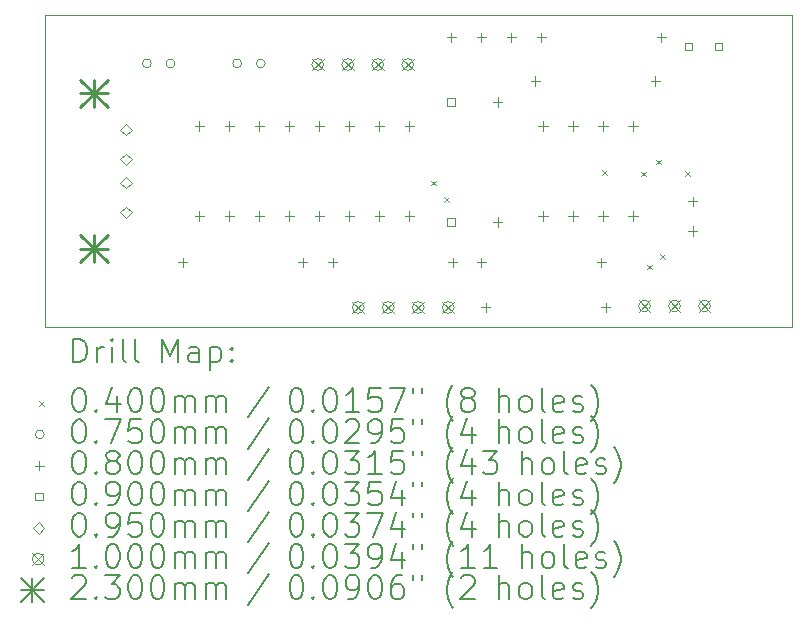
<source format=gbr>
%TF.GenerationSoftware,KiCad,Pcbnew,(7.0.0)*%
%TF.CreationDate,2023-06-02T20:54:35-06:00*%
%TF.ProjectId,WatchDogV4-CAP,57617463-6844-46f6-9756-342d4341502e,rev?*%
%TF.SameCoordinates,Original*%
%TF.FileFunction,Drillmap*%
%TF.FilePolarity,Positive*%
%FSLAX45Y45*%
G04 Gerber Fmt 4.5, Leading zero omitted, Abs format (unit mm)*
G04 Created by KiCad (PCBNEW (7.0.0)) date 2023-06-02 20:54:35*
%MOMM*%
%LPD*%
G01*
G04 APERTURE LIST*
%ADD10C,0.100000*%
%ADD11C,0.200000*%
%ADD12C,0.040000*%
%ADD13C,0.075000*%
%ADD14C,0.080000*%
%ADD15C,0.090000*%
%ADD16C,0.095000*%
%ADD17C,0.230000*%
G04 APERTURE END LIST*
D10*
X6451600Y-4013200D02*
X12776200Y-4013200D01*
X12776200Y-4013200D02*
X12776200Y-6654800D01*
X12776200Y-6654800D02*
X6451600Y-6654800D01*
X6451600Y-6654800D02*
X6451600Y-4013200D01*
D11*
D12*
X9720900Y-5415600D02*
X9760900Y-5455600D01*
X9760900Y-5415600D02*
X9720900Y-5455600D01*
X9835200Y-5555300D02*
X9875200Y-5595300D01*
X9875200Y-5555300D02*
X9835200Y-5595300D01*
X11168700Y-5326700D02*
X11208700Y-5366700D01*
X11208700Y-5326700D02*
X11168700Y-5366700D01*
X11498900Y-5339400D02*
X11538900Y-5379400D01*
X11538900Y-5339400D02*
X11498900Y-5379400D01*
X11549700Y-6126800D02*
X11589700Y-6166800D01*
X11589700Y-6126800D02*
X11549700Y-6166800D01*
X11625900Y-5237800D02*
X11665900Y-5277800D01*
X11665900Y-5237800D02*
X11625900Y-5277800D01*
X11664000Y-6037900D02*
X11704000Y-6077900D01*
X11704000Y-6037900D02*
X11664000Y-6077900D01*
X11873550Y-5333050D02*
X11913550Y-5373050D01*
X11913550Y-5333050D02*
X11873550Y-5373050D01*
D13*
X7354300Y-4423300D02*
G75*
G03*
X7354300Y-4423300I-37500J0D01*
G01*
X7554300Y-4423300D02*
G75*
G03*
X7554300Y-4423300I-37500J0D01*
G01*
X8117900Y-4423300D02*
G75*
G03*
X8117900Y-4423300I-37500J0D01*
G01*
X8317900Y-4423300D02*
G75*
G03*
X8317900Y-4423300I-37500J0D01*
G01*
D14*
X7620000Y-6068700D02*
X7620000Y-6148700D01*
X7580000Y-6108700D02*
X7660000Y-6108700D01*
X7759700Y-4913000D02*
X7759700Y-4993000D01*
X7719700Y-4953000D02*
X7799700Y-4953000D01*
X7759700Y-5675000D02*
X7759700Y-5755000D01*
X7719700Y-5715000D02*
X7799700Y-5715000D01*
X8013700Y-4913000D02*
X8013700Y-4993000D01*
X7973700Y-4953000D02*
X8053700Y-4953000D01*
X8013700Y-5675000D02*
X8013700Y-5755000D01*
X7973700Y-5715000D02*
X8053700Y-5715000D01*
X8267700Y-4913000D02*
X8267700Y-4993000D01*
X8227700Y-4953000D02*
X8307700Y-4953000D01*
X8267700Y-5675000D02*
X8267700Y-5755000D01*
X8227700Y-5715000D02*
X8307700Y-5715000D01*
X8521700Y-4913000D02*
X8521700Y-4993000D01*
X8481700Y-4953000D02*
X8561700Y-4953000D01*
X8521700Y-5675000D02*
X8521700Y-5755000D01*
X8481700Y-5715000D02*
X8561700Y-5715000D01*
X8636000Y-6068700D02*
X8636000Y-6148700D01*
X8596000Y-6108700D02*
X8676000Y-6108700D01*
X8775700Y-4913000D02*
X8775700Y-4993000D01*
X8735700Y-4953000D02*
X8815700Y-4953000D01*
X8775700Y-5675000D02*
X8775700Y-5755000D01*
X8735700Y-5715000D02*
X8815700Y-5715000D01*
X8890000Y-6068700D02*
X8890000Y-6148700D01*
X8850000Y-6108700D02*
X8930000Y-6108700D01*
X9029700Y-4913000D02*
X9029700Y-4993000D01*
X8989700Y-4953000D02*
X9069700Y-4953000D01*
X9029700Y-5675000D02*
X9029700Y-5755000D01*
X8989700Y-5715000D02*
X9069700Y-5715000D01*
X9283700Y-4913000D02*
X9283700Y-4993000D01*
X9243700Y-4953000D02*
X9323700Y-4953000D01*
X9283700Y-5675000D02*
X9283700Y-5755000D01*
X9243700Y-5715000D02*
X9323700Y-5715000D01*
X9537700Y-4913000D02*
X9537700Y-4993000D01*
X9497700Y-4953000D02*
X9577700Y-4953000D01*
X9537700Y-5675000D02*
X9537700Y-5755000D01*
X9497700Y-5715000D02*
X9577700Y-5715000D01*
X9893300Y-4163700D02*
X9893300Y-4243700D01*
X9853300Y-4203700D02*
X9933300Y-4203700D01*
X9906000Y-6068700D02*
X9906000Y-6148700D01*
X9866000Y-6108700D02*
X9946000Y-6108700D01*
X10147300Y-4163700D02*
X10147300Y-4243700D01*
X10107300Y-4203700D02*
X10187300Y-4203700D01*
X10147300Y-6068700D02*
X10147300Y-6148700D01*
X10107300Y-6108700D02*
X10187300Y-6108700D01*
X10185400Y-6449700D02*
X10185400Y-6529700D01*
X10145400Y-6489700D02*
X10225400Y-6489700D01*
X10287000Y-4709800D02*
X10287000Y-4789800D01*
X10247000Y-4749800D02*
X10327000Y-4749800D01*
X10287000Y-5725800D02*
X10287000Y-5805800D01*
X10247000Y-5765800D02*
X10327000Y-5765800D01*
X10401300Y-4163700D02*
X10401300Y-4243700D01*
X10361300Y-4203700D02*
X10441300Y-4203700D01*
X10604500Y-4532000D02*
X10604500Y-4612000D01*
X10564500Y-4572000D02*
X10644500Y-4572000D01*
X10655300Y-4163700D02*
X10655300Y-4243700D01*
X10615300Y-4203700D02*
X10695300Y-4203700D01*
X10669000Y-4914500D02*
X10669000Y-4994500D01*
X10629000Y-4954500D02*
X10709000Y-4954500D01*
X10669000Y-5676500D02*
X10669000Y-5756500D01*
X10629000Y-5716500D02*
X10709000Y-5716500D01*
X10923000Y-4914500D02*
X10923000Y-4994500D01*
X10883000Y-4954500D02*
X10963000Y-4954500D01*
X10923000Y-5676500D02*
X10923000Y-5756500D01*
X10883000Y-5716500D02*
X10963000Y-5716500D01*
X11163300Y-6068700D02*
X11163300Y-6148700D01*
X11123300Y-6108700D02*
X11203300Y-6108700D01*
X11177000Y-4914500D02*
X11177000Y-4994500D01*
X11137000Y-4954500D02*
X11217000Y-4954500D01*
X11177000Y-5676500D02*
X11177000Y-5756500D01*
X11137000Y-5716500D02*
X11217000Y-5716500D01*
X11201400Y-6449700D02*
X11201400Y-6529700D01*
X11161400Y-6489700D02*
X11241400Y-6489700D01*
X11431000Y-4914500D02*
X11431000Y-4994500D01*
X11391000Y-4954500D02*
X11471000Y-4954500D01*
X11431000Y-5676500D02*
X11431000Y-5756500D01*
X11391000Y-5716500D02*
X11471000Y-5716500D01*
X11620500Y-4532000D02*
X11620500Y-4612000D01*
X11580500Y-4572000D02*
X11660500Y-4572000D01*
X11671300Y-4163700D02*
X11671300Y-4243700D01*
X11631300Y-4203700D02*
X11711300Y-4203700D01*
X11938000Y-5552000D02*
X11938000Y-5632000D01*
X11898000Y-5592000D02*
X11978000Y-5592000D01*
X11938000Y-5802000D02*
X11938000Y-5882000D01*
X11898000Y-5842000D02*
X11978000Y-5842000D01*
D15*
X9925120Y-4781620D02*
X9925120Y-4717980D01*
X9861480Y-4717980D01*
X9861480Y-4781620D01*
X9925120Y-4781620D01*
X9925120Y-5797620D02*
X9925120Y-5733980D01*
X9861480Y-5733980D01*
X9861480Y-5797620D01*
X9925120Y-5797620D01*
X11932220Y-4311720D02*
X11932220Y-4248080D01*
X11868580Y-4248080D01*
X11868580Y-4311720D01*
X11932220Y-4311720D01*
X12186220Y-4311720D02*
X12186220Y-4248080D01*
X12122580Y-4248080D01*
X12122580Y-4311720D01*
X12186220Y-4311720D01*
D16*
X7140000Y-5031500D02*
X7187500Y-4984000D01*
X7140000Y-4936500D01*
X7092500Y-4984000D01*
X7140000Y-5031500D01*
X7140000Y-5281500D02*
X7187500Y-5234000D01*
X7140000Y-5186500D01*
X7092500Y-5234000D01*
X7140000Y-5281500D01*
X7140000Y-5481500D02*
X7187500Y-5434000D01*
X7140000Y-5386500D01*
X7092500Y-5434000D01*
X7140000Y-5481500D01*
X7140000Y-5731500D02*
X7187500Y-5684000D01*
X7140000Y-5636500D01*
X7092500Y-5684000D01*
X7140000Y-5731500D01*
D10*
X8713000Y-4382300D02*
X8813000Y-4482300D01*
X8813000Y-4382300D02*
X8713000Y-4482300D01*
X8813000Y-4432300D02*
G75*
G03*
X8813000Y-4432300I-50000J0D01*
G01*
X8967000Y-4382300D02*
X9067000Y-4482300D01*
X9067000Y-4382300D02*
X8967000Y-4482300D01*
X9067000Y-4432300D02*
G75*
G03*
X9067000Y-4432300I-50000J0D01*
G01*
X9055900Y-6439700D02*
X9155900Y-6539700D01*
X9155900Y-6439700D02*
X9055900Y-6539700D01*
X9155900Y-6489700D02*
G75*
G03*
X9155900Y-6489700I-50000J0D01*
G01*
X9221000Y-4382300D02*
X9321000Y-4482300D01*
X9321000Y-4382300D02*
X9221000Y-4482300D01*
X9321000Y-4432300D02*
G75*
G03*
X9321000Y-4432300I-50000J0D01*
G01*
X9309900Y-6439700D02*
X9409900Y-6539700D01*
X9409900Y-6439700D02*
X9309900Y-6539700D01*
X9409900Y-6489700D02*
G75*
G03*
X9409900Y-6489700I-50000J0D01*
G01*
X9475000Y-4382300D02*
X9575000Y-4482300D01*
X9575000Y-4382300D02*
X9475000Y-4482300D01*
X9575000Y-4432300D02*
G75*
G03*
X9575000Y-4432300I-50000J0D01*
G01*
X9563900Y-6439700D02*
X9663900Y-6539700D01*
X9663900Y-6439700D02*
X9563900Y-6539700D01*
X9663900Y-6489700D02*
G75*
G03*
X9663900Y-6489700I-50000J0D01*
G01*
X9817900Y-6439700D02*
X9917900Y-6539700D01*
X9917900Y-6439700D02*
X9817900Y-6539700D01*
X9917900Y-6489700D02*
G75*
G03*
X9917900Y-6489700I-50000J0D01*
G01*
X11480100Y-6427000D02*
X11580100Y-6527000D01*
X11580100Y-6427000D02*
X11480100Y-6527000D01*
X11580100Y-6477000D02*
G75*
G03*
X11580100Y-6477000I-50000J0D01*
G01*
X11734100Y-6427000D02*
X11834100Y-6527000D01*
X11834100Y-6427000D02*
X11734100Y-6527000D01*
X11834100Y-6477000D02*
G75*
G03*
X11834100Y-6477000I-50000J0D01*
G01*
X11988100Y-6427000D02*
X12088100Y-6527000D01*
X12088100Y-6427000D02*
X11988100Y-6527000D01*
X12088100Y-6477000D02*
G75*
G03*
X12088100Y-6477000I-50000J0D01*
G01*
D17*
X6754000Y-4562000D02*
X6984000Y-4792000D01*
X6984000Y-4562000D02*
X6754000Y-4792000D01*
X6869000Y-4562000D02*
X6869000Y-4792000D01*
X6754000Y-4677000D02*
X6984000Y-4677000D01*
X6754000Y-5876000D02*
X6984000Y-6106000D01*
X6984000Y-5876000D02*
X6754000Y-6106000D01*
X6869000Y-5876000D02*
X6869000Y-6106000D01*
X6754000Y-5991000D02*
X6984000Y-5991000D01*
D11*
X6694219Y-6953276D02*
X6694219Y-6753276D01*
X6694219Y-6753276D02*
X6741838Y-6753276D01*
X6741838Y-6753276D02*
X6770409Y-6762800D01*
X6770409Y-6762800D02*
X6789457Y-6781848D01*
X6789457Y-6781848D02*
X6798981Y-6800895D01*
X6798981Y-6800895D02*
X6808505Y-6838990D01*
X6808505Y-6838990D02*
X6808505Y-6867562D01*
X6808505Y-6867562D02*
X6798981Y-6905657D01*
X6798981Y-6905657D02*
X6789457Y-6924705D01*
X6789457Y-6924705D02*
X6770409Y-6943752D01*
X6770409Y-6943752D02*
X6741838Y-6953276D01*
X6741838Y-6953276D02*
X6694219Y-6953276D01*
X6894219Y-6953276D02*
X6894219Y-6819943D01*
X6894219Y-6858038D02*
X6903743Y-6838990D01*
X6903743Y-6838990D02*
X6913267Y-6829467D01*
X6913267Y-6829467D02*
X6932314Y-6819943D01*
X6932314Y-6819943D02*
X6951362Y-6819943D01*
X7018028Y-6953276D02*
X7018028Y-6819943D01*
X7018028Y-6753276D02*
X7008505Y-6762800D01*
X7008505Y-6762800D02*
X7018028Y-6772324D01*
X7018028Y-6772324D02*
X7027552Y-6762800D01*
X7027552Y-6762800D02*
X7018028Y-6753276D01*
X7018028Y-6753276D02*
X7018028Y-6772324D01*
X7141838Y-6953276D02*
X7122790Y-6943752D01*
X7122790Y-6943752D02*
X7113267Y-6924705D01*
X7113267Y-6924705D02*
X7113267Y-6753276D01*
X7246600Y-6953276D02*
X7227552Y-6943752D01*
X7227552Y-6943752D02*
X7218028Y-6924705D01*
X7218028Y-6924705D02*
X7218028Y-6753276D01*
X7442790Y-6953276D02*
X7442790Y-6753276D01*
X7442790Y-6753276D02*
X7509457Y-6896133D01*
X7509457Y-6896133D02*
X7576124Y-6753276D01*
X7576124Y-6753276D02*
X7576124Y-6953276D01*
X7757076Y-6953276D02*
X7757076Y-6848514D01*
X7757076Y-6848514D02*
X7747552Y-6829467D01*
X7747552Y-6829467D02*
X7728505Y-6819943D01*
X7728505Y-6819943D02*
X7690409Y-6819943D01*
X7690409Y-6819943D02*
X7671362Y-6829467D01*
X7757076Y-6943752D02*
X7738028Y-6953276D01*
X7738028Y-6953276D02*
X7690409Y-6953276D01*
X7690409Y-6953276D02*
X7671362Y-6943752D01*
X7671362Y-6943752D02*
X7661838Y-6924705D01*
X7661838Y-6924705D02*
X7661838Y-6905657D01*
X7661838Y-6905657D02*
X7671362Y-6886609D01*
X7671362Y-6886609D02*
X7690409Y-6877086D01*
X7690409Y-6877086D02*
X7738028Y-6877086D01*
X7738028Y-6877086D02*
X7757076Y-6867562D01*
X7852314Y-6819943D02*
X7852314Y-7019943D01*
X7852314Y-6829467D02*
X7871362Y-6819943D01*
X7871362Y-6819943D02*
X7909457Y-6819943D01*
X7909457Y-6819943D02*
X7928505Y-6829467D01*
X7928505Y-6829467D02*
X7938028Y-6838990D01*
X7938028Y-6838990D02*
X7947552Y-6858038D01*
X7947552Y-6858038D02*
X7947552Y-6915181D01*
X7947552Y-6915181D02*
X7938028Y-6934228D01*
X7938028Y-6934228D02*
X7928505Y-6943752D01*
X7928505Y-6943752D02*
X7909457Y-6953276D01*
X7909457Y-6953276D02*
X7871362Y-6953276D01*
X7871362Y-6953276D02*
X7852314Y-6943752D01*
X8033267Y-6934228D02*
X8042790Y-6943752D01*
X8042790Y-6943752D02*
X8033267Y-6953276D01*
X8033267Y-6953276D02*
X8023743Y-6943752D01*
X8023743Y-6943752D02*
X8033267Y-6934228D01*
X8033267Y-6934228D02*
X8033267Y-6953276D01*
X8033267Y-6829467D02*
X8042790Y-6838990D01*
X8042790Y-6838990D02*
X8033267Y-6848514D01*
X8033267Y-6848514D02*
X8023743Y-6838990D01*
X8023743Y-6838990D02*
X8033267Y-6829467D01*
X8033267Y-6829467D02*
X8033267Y-6848514D01*
D12*
X6406600Y-7279800D02*
X6446600Y-7319800D01*
X6446600Y-7279800D02*
X6406600Y-7319800D01*
D11*
X6732314Y-7173276D02*
X6751362Y-7173276D01*
X6751362Y-7173276D02*
X6770409Y-7182800D01*
X6770409Y-7182800D02*
X6779933Y-7192324D01*
X6779933Y-7192324D02*
X6789457Y-7211371D01*
X6789457Y-7211371D02*
X6798981Y-7249467D01*
X6798981Y-7249467D02*
X6798981Y-7297086D01*
X6798981Y-7297086D02*
X6789457Y-7335181D01*
X6789457Y-7335181D02*
X6779933Y-7354228D01*
X6779933Y-7354228D02*
X6770409Y-7363752D01*
X6770409Y-7363752D02*
X6751362Y-7373276D01*
X6751362Y-7373276D02*
X6732314Y-7373276D01*
X6732314Y-7373276D02*
X6713267Y-7363752D01*
X6713267Y-7363752D02*
X6703743Y-7354228D01*
X6703743Y-7354228D02*
X6694219Y-7335181D01*
X6694219Y-7335181D02*
X6684695Y-7297086D01*
X6684695Y-7297086D02*
X6684695Y-7249467D01*
X6684695Y-7249467D02*
X6694219Y-7211371D01*
X6694219Y-7211371D02*
X6703743Y-7192324D01*
X6703743Y-7192324D02*
X6713267Y-7182800D01*
X6713267Y-7182800D02*
X6732314Y-7173276D01*
X6884695Y-7354228D02*
X6894219Y-7363752D01*
X6894219Y-7363752D02*
X6884695Y-7373276D01*
X6884695Y-7373276D02*
X6875171Y-7363752D01*
X6875171Y-7363752D02*
X6884695Y-7354228D01*
X6884695Y-7354228D02*
X6884695Y-7373276D01*
X7065648Y-7239943D02*
X7065648Y-7373276D01*
X7018028Y-7163752D02*
X6970409Y-7306609D01*
X6970409Y-7306609D02*
X7094219Y-7306609D01*
X7208505Y-7173276D02*
X7227552Y-7173276D01*
X7227552Y-7173276D02*
X7246600Y-7182800D01*
X7246600Y-7182800D02*
X7256124Y-7192324D01*
X7256124Y-7192324D02*
X7265648Y-7211371D01*
X7265648Y-7211371D02*
X7275171Y-7249467D01*
X7275171Y-7249467D02*
X7275171Y-7297086D01*
X7275171Y-7297086D02*
X7265648Y-7335181D01*
X7265648Y-7335181D02*
X7256124Y-7354228D01*
X7256124Y-7354228D02*
X7246600Y-7363752D01*
X7246600Y-7363752D02*
X7227552Y-7373276D01*
X7227552Y-7373276D02*
X7208505Y-7373276D01*
X7208505Y-7373276D02*
X7189457Y-7363752D01*
X7189457Y-7363752D02*
X7179933Y-7354228D01*
X7179933Y-7354228D02*
X7170409Y-7335181D01*
X7170409Y-7335181D02*
X7160886Y-7297086D01*
X7160886Y-7297086D02*
X7160886Y-7249467D01*
X7160886Y-7249467D02*
X7170409Y-7211371D01*
X7170409Y-7211371D02*
X7179933Y-7192324D01*
X7179933Y-7192324D02*
X7189457Y-7182800D01*
X7189457Y-7182800D02*
X7208505Y-7173276D01*
X7398981Y-7173276D02*
X7418029Y-7173276D01*
X7418029Y-7173276D02*
X7437076Y-7182800D01*
X7437076Y-7182800D02*
X7446600Y-7192324D01*
X7446600Y-7192324D02*
X7456124Y-7211371D01*
X7456124Y-7211371D02*
X7465648Y-7249467D01*
X7465648Y-7249467D02*
X7465648Y-7297086D01*
X7465648Y-7297086D02*
X7456124Y-7335181D01*
X7456124Y-7335181D02*
X7446600Y-7354228D01*
X7446600Y-7354228D02*
X7437076Y-7363752D01*
X7437076Y-7363752D02*
X7418029Y-7373276D01*
X7418029Y-7373276D02*
X7398981Y-7373276D01*
X7398981Y-7373276D02*
X7379933Y-7363752D01*
X7379933Y-7363752D02*
X7370409Y-7354228D01*
X7370409Y-7354228D02*
X7360886Y-7335181D01*
X7360886Y-7335181D02*
X7351362Y-7297086D01*
X7351362Y-7297086D02*
X7351362Y-7249467D01*
X7351362Y-7249467D02*
X7360886Y-7211371D01*
X7360886Y-7211371D02*
X7370409Y-7192324D01*
X7370409Y-7192324D02*
X7379933Y-7182800D01*
X7379933Y-7182800D02*
X7398981Y-7173276D01*
X7551362Y-7373276D02*
X7551362Y-7239943D01*
X7551362Y-7258990D02*
X7560886Y-7249467D01*
X7560886Y-7249467D02*
X7579933Y-7239943D01*
X7579933Y-7239943D02*
X7608505Y-7239943D01*
X7608505Y-7239943D02*
X7627552Y-7249467D01*
X7627552Y-7249467D02*
X7637076Y-7268514D01*
X7637076Y-7268514D02*
X7637076Y-7373276D01*
X7637076Y-7268514D02*
X7646600Y-7249467D01*
X7646600Y-7249467D02*
X7665648Y-7239943D01*
X7665648Y-7239943D02*
X7694219Y-7239943D01*
X7694219Y-7239943D02*
X7713267Y-7249467D01*
X7713267Y-7249467D02*
X7722790Y-7268514D01*
X7722790Y-7268514D02*
X7722790Y-7373276D01*
X7818029Y-7373276D02*
X7818029Y-7239943D01*
X7818029Y-7258990D02*
X7827552Y-7249467D01*
X7827552Y-7249467D02*
X7846600Y-7239943D01*
X7846600Y-7239943D02*
X7875171Y-7239943D01*
X7875171Y-7239943D02*
X7894219Y-7249467D01*
X7894219Y-7249467D02*
X7903743Y-7268514D01*
X7903743Y-7268514D02*
X7903743Y-7373276D01*
X7903743Y-7268514D02*
X7913267Y-7249467D01*
X7913267Y-7249467D02*
X7932314Y-7239943D01*
X7932314Y-7239943D02*
X7960886Y-7239943D01*
X7960886Y-7239943D02*
X7979933Y-7249467D01*
X7979933Y-7249467D02*
X7989457Y-7268514D01*
X7989457Y-7268514D02*
X7989457Y-7373276D01*
X8347552Y-7163752D02*
X8176124Y-7420895D01*
X8572314Y-7173276D02*
X8591362Y-7173276D01*
X8591362Y-7173276D02*
X8610410Y-7182800D01*
X8610410Y-7182800D02*
X8619933Y-7192324D01*
X8619933Y-7192324D02*
X8629457Y-7211371D01*
X8629457Y-7211371D02*
X8638981Y-7249467D01*
X8638981Y-7249467D02*
X8638981Y-7297086D01*
X8638981Y-7297086D02*
X8629457Y-7335181D01*
X8629457Y-7335181D02*
X8619933Y-7354228D01*
X8619933Y-7354228D02*
X8610410Y-7363752D01*
X8610410Y-7363752D02*
X8591362Y-7373276D01*
X8591362Y-7373276D02*
X8572314Y-7373276D01*
X8572314Y-7373276D02*
X8553267Y-7363752D01*
X8553267Y-7363752D02*
X8543743Y-7354228D01*
X8543743Y-7354228D02*
X8534219Y-7335181D01*
X8534219Y-7335181D02*
X8524695Y-7297086D01*
X8524695Y-7297086D02*
X8524695Y-7249467D01*
X8524695Y-7249467D02*
X8534219Y-7211371D01*
X8534219Y-7211371D02*
X8543743Y-7192324D01*
X8543743Y-7192324D02*
X8553267Y-7182800D01*
X8553267Y-7182800D02*
X8572314Y-7173276D01*
X8724695Y-7354228D02*
X8734219Y-7363752D01*
X8734219Y-7363752D02*
X8724695Y-7373276D01*
X8724695Y-7373276D02*
X8715172Y-7363752D01*
X8715172Y-7363752D02*
X8724695Y-7354228D01*
X8724695Y-7354228D02*
X8724695Y-7373276D01*
X8858029Y-7173276D02*
X8877076Y-7173276D01*
X8877076Y-7173276D02*
X8896124Y-7182800D01*
X8896124Y-7182800D02*
X8905648Y-7192324D01*
X8905648Y-7192324D02*
X8915172Y-7211371D01*
X8915172Y-7211371D02*
X8924695Y-7249467D01*
X8924695Y-7249467D02*
X8924695Y-7297086D01*
X8924695Y-7297086D02*
X8915172Y-7335181D01*
X8915172Y-7335181D02*
X8905648Y-7354228D01*
X8905648Y-7354228D02*
X8896124Y-7363752D01*
X8896124Y-7363752D02*
X8877076Y-7373276D01*
X8877076Y-7373276D02*
X8858029Y-7373276D01*
X8858029Y-7373276D02*
X8838981Y-7363752D01*
X8838981Y-7363752D02*
X8829457Y-7354228D01*
X8829457Y-7354228D02*
X8819933Y-7335181D01*
X8819933Y-7335181D02*
X8810410Y-7297086D01*
X8810410Y-7297086D02*
X8810410Y-7249467D01*
X8810410Y-7249467D02*
X8819933Y-7211371D01*
X8819933Y-7211371D02*
X8829457Y-7192324D01*
X8829457Y-7192324D02*
X8838981Y-7182800D01*
X8838981Y-7182800D02*
X8858029Y-7173276D01*
X9115172Y-7373276D02*
X9000886Y-7373276D01*
X9058029Y-7373276D02*
X9058029Y-7173276D01*
X9058029Y-7173276D02*
X9038981Y-7201848D01*
X9038981Y-7201848D02*
X9019933Y-7220895D01*
X9019933Y-7220895D02*
X9000886Y-7230419D01*
X9296124Y-7173276D02*
X9200886Y-7173276D01*
X9200886Y-7173276D02*
X9191362Y-7268514D01*
X9191362Y-7268514D02*
X9200886Y-7258990D01*
X9200886Y-7258990D02*
X9219933Y-7249467D01*
X9219933Y-7249467D02*
X9267553Y-7249467D01*
X9267553Y-7249467D02*
X9286600Y-7258990D01*
X9286600Y-7258990D02*
X9296124Y-7268514D01*
X9296124Y-7268514D02*
X9305648Y-7287562D01*
X9305648Y-7287562D02*
X9305648Y-7335181D01*
X9305648Y-7335181D02*
X9296124Y-7354228D01*
X9296124Y-7354228D02*
X9286600Y-7363752D01*
X9286600Y-7363752D02*
X9267553Y-7373276D01*
X9267553Y-7373276D02*
X9219933Y-7373276D01*
X9219933Y-7373276D02*
X9200886Y-7363752D01*
X9200886Y-7363752D02*
X9191362Y-7354228D01*
X9372314Y-7173276D02*
X9505648Y-7173276D01*
X9505648Y-7173276D02*
X9419933Y-7373276D01*
X9572314Y-7173276D02*
X9572314Y-7211371D01*
X9648505Y-7173276D02*
X9648505Y-7211371D01*
X9911362Y-7449467D02*
X9901838Y-7439943D01*
X9901838Y-7439943D02*
X9882791Y-7411371D01*
X9882791Y-7411371D02*
X9873267Y-7392324D01*
X9873267Y-7392324D02*
X9863743Y-7363752D01*
X9863743Y-7363752D02*
X9854219Y-7316133D01*
X9854219Y-7316133D02*
X9854219Y-7278038D01*
X9854219Y-7278038D02*
X9863743Y-7230419D01*
X9863743Y-7230419D02*
X9873267Y-7201848D01*
X9873267Y-7201848D02*
X9882791Y-7182800D01*
X9882791Y-7182800D02*
X9901838Y-7154228D01*
X9901838Y-7154228D02*
X9911362Y-7144705D01*
X10016124Y-7258990D02*
X9997076Y-7249467D01*
X9997076Y-7249467D02*
X9987553Y-7239943D01*
X9987553Y-7239943D02*
X9978029Y-7220895D01*
X9978029Y-7220895D02*
X9978029Y-7211371D01*
X9978029Y-7211371D02*
X9987553Y-7192324D01*
X9987553Y-7192324D02*
X9997076Y-7182800D01*
X9997076Y-7182800D02*
X10016124Y-7173276D01*
X10016124Y-7173276D02*
X10054219Y-7173276D01*
X10054219Y-7173276D02*
X10073267Y-7182800D01*
X10073267Y-7182800D02*
X10082791Y-7192324D01*
X10082791Y-7192324D02*
X10092314Y-7211371D01*
X10092314Y-7211371D02*
X10092314Y-7220895D01*
X10092314Y-7220895D02*
X10082791Y-7239943D01*
X10082791Y-7239943D02*
X10073267Y-7249467D01*
X10073267Y-7249467D02*
X10054219Y-7258990D01*
X10054219Y-7258990D02*
X10016124Y-7258990D01*
X10016124Y-7258990D02*
X9997076Y-7268514D01*
X9997076Y-7268514D02*
X9987553Y-7278038D01*
X9987553Y-7278038D02*
X9978029Y-7297086D01*
X9978029Y-7297086D02*
X9978029Y-7335181D01*
X9978029Y-7335181D02*
X9987553Y-7354228D01*
X9987553Y-7354228D02*
X9997076Y-7363752D01*
X9997076Y-7363752D02*
X10016124Y-7373276D01*
X10016124Y-7373276D02*
X10054219Y-7373276D01*
X10054219Y-7373276D02*
X10073267Y-7363752D01*
X10073267Y-7363752D02*
X10082791Y-7354228D01*
X10082791Y-7354228D02*
X10092314Y-7335181D01*
X10092314Y-7335181D02*
X10092314Y-7297086D01*
X10092314Y-7297086D02*
X10082791Y-7278038D01*
X10082791Y-7278038D02*
X10073267Y-7268514D01*
X10073267Y-7268514D02*
X10054219Y-7258990D01*
X10298029Y-7373276D02*
X10298029Y-7173276D01*
X10383743Y-7373276D02*
X10383743Y-7268514D01*
X10383743Y-7268514D02*
X10374219Y-7249467D01*
X10374219Y-7249467D02*
X10355172Y-7239943D01*
X10355172Y-7239943D02*
X10326600Y-7239943D01*
X10326600Y-7239943D02*
X10307553Y-7249467D01*
X10307553Y-7249467D02*
X10298029Y-7258990D01*
X10507553Y-7373276D02*
X10488505Y-7363752D01*
X10488505Y-7363752D02*
X10478981Y-7354228D01*
X10478981Y-7354228D02*
X10469457Y-7335181D01*
X10469457Y-7335181D02*
X10469457Y-7278038D01*
X10469457Y-7278038D02*
X10478981Y-7258990D01*
X10478981Y-7258990D02*
X10488505Y-7249467D01*
X10488505Y-7249467D02*
X10507553Y-7239943D01*
X10507553Y-7239943D02*
X10536124Y-7239943D01*
X10536124Y-7239943D02*
X10555172Y-7249467D01*
X10555172Y-7249467D02*
X10564695Y-7258990D01*
X10564695Y-7258990D02*
X10574219Y-7278038D01*
X10574219Y-7278038D02*
X10574219Y-7335181D01*
X10574219Y-7335181D02*
X10564695Y-7354228D01*
X10564695Y-7354228D02*
X10555172Y-7363752D01*
X10555172Y-7363752D02*
X10536124Y-7373276D01*
X10536124Y-7373276D02*
X10507553Y-7373276D01*
X10688505Y-7373276D02*
X10669457Y-7363752D01*
X10669457Y-7363752D02*
X10659934Y-7344705D01*
X10659934Y-7344705D02*
X10659934Y-7173276D01*
X10840886Y-7363752D02*
X10821838Y-7373276D01*
X10821838Y-7373276D02*
X10783743Y-7373276D01*
X10783743Y-7373276D02*
X10764695Y-7363752D01*
X10764695Y-7363752D02*
X10755172Y-7344705D01*
X10755172Y-7344705D02*
X10755172Y-7268514D01*
X10755172Y-7268514D02*
X10764695Y-7249467D01*
X10764695Y-7249467D02*
X10783743Y-7239943D01*
X10783743Y-7239943D02*
X10821838Y-7239943D01*
X10821838Y-7239943D02*
X10840886Y-7249467D01*
X10840886Y-7249467D02*
X10850410Y-7268514D01*
X10850410Y-7268514D02*
X10850410Y-7287562D01*
X10850410Y-7287562D02*
X10755172Y-7306609D01*
X10926600Y-7363752D02*
X10945648Y-7373276D01*
X10945648Y-7373276D02*
X10983743Y-7373276D01*
X10983743Y-7373276D02*
X11002791Y-7363752D01*
X11002791Y-7363752D02*
X11012315Y-7344705D01*
X11012315Y-7344705D02*
X11012315Y-7335181D01*
X11012315Y-7335181D02*
X11002791Y-7316133D01*
X11002791Y-7316133D02*
X10983743Y-7306609D01*
X10983743Y-7306609D02*
X10955172Y-7306609D01*
X10955172Y-7306609D02*
X10936124Y-7297086D01*
X10936124Y-7297086D02*
X10926600Y-7278038D01*
X10926600Y-7278038D02*
X10926600Y-7268514D01*
X10926600Y-7268514D02*
X10936124Y-7249467D01*
X10936124Y-7249467D02*
X10955172Y-7239943D01*
X10955172Y-7239943D02*
X10983743Y-7239943D01*
X10983743Y-7239943D02*
X11002791Y-7249467D01*
X11078981Y-7449467D02*
X11088505Y-7439943D01*
X11088505Y-7439943D02*
X11107553Y-7411371D01*
X11107553Y-7411371D02*
X11117076Y-7392324D01*
X11117076Y-7392324D02*
X11126600Y-7363752D01*
X11126600Y-7363752D02*
X11136124Y-7316133D01*
X11136124Y-7316133D02*
X11136124Y-7278038D01*
X11136124Y-7278038D02*
X11126600Y-7230419D01*
X11126600Y-7230419D02*
X11117076Y-7201848D01*
X11117076Y-7201848D02*
X11107553Y-7182800D01*
X11107553Y-7182800D02*
X11088505Y-7154228D01*
X11088505Y-7154228D02*
X11078981Y-7144705D01*
D13*
X6446600Y-7563800D02*
G75*
G03*
X6446600Y-7563800I-37500J0D01*
G01*
D11*
X6732314Y-7437276D02*
X6751362Y-7437276D01*
X6751362Y-7437276D02*
X6770409Y-7446800D01*
X6770409Y-7446800D02*
X6779933Y-7456324D01*
X6779933Y-7456324D02*
X6789457Y-7475371D01*
X6789457Y-7475371D02*
X6798981Y-7513467D01*
X6798981Y-7513467D02*
X6798981Y-7561086D01*
X6798981Y-7561086D02*
X6789457Y-7599181D01*
X6789457Y-7599181D02*
X6779933Y-7618228D01*
X6779933Y-7618228D02*
X6770409Y-7627752D01*
X6770409Y-7627752D02*
X6751362Y-7637276D01*
X6751362Y-7637276D02*
X6732314Y-7637276D01*
X6732314Y-7637276D02*
X6713267Y-7627752D01*
X6713267Y-7627752D02*
X6703743Y-7618228D01*
X6703743Y-7618228D02*
X6694219Y-7599181D01*
X6694219Y-7599181D02*
X6684695Y-7561086D01*
X6684695Y-7561086D02*
X6684695Y-7513467D01*
X6684695Y-7513467D02*
X6694219Y-7475371D01*
X6694219Y-7475371D02*
X6703743Y-7456324D01*
X6703743Y-7456324D02*
X6713267Y-7446800D01*
X6713267Y-7446800D02*
X6732314Y-7437276D01*
X6884695Y-7618228D02*
X6894219Y-7627752D01*
X6894219Y-7627752D02*
X6884695Y-7637276D01*
X6884695Y-7637276D02*
X6875171Y-7627752D01*
X6875171Y-7627752D02*
X6884695Y-7618228D01*
X6884695Y-7618228D02*
X6884695Y-7637276D01*
X6960886Y-7437276D02*
X7094219Y-7437276D01*
X7094219Y-7437276D02*
X7008505Y-7637276D01*
X7265648Y-7437276D02*
X7170409Y-7437276D01*
X7170409Y-7437276D02*
X7160886Y-7532514D01*
X7160886Y-7532514D02*
X7170409Y-7522990D01*
X7170409Y-7522990D02*
X7189457Y-7513467D01*
X7189457Y-7513467D02*
X7237076Y-7513467D01*
X7237076Y-7513467D02*
X7256124Y-7522990D01*
X7256124Y-7522990D02*
X7265648Y-7532514D01*
X7265648Y-7532514D02*
X7275171Y-7551562D01*
X7275171Y-7551562D02*
X7275171Y-7599181D01*
X7275171Y-7599181D02*
X7265648Y-7618228D01*
X7265648Y-7618228D02*
X7256124Y-7627752D01*
X7256124Y-7627752D02*
X7237076Y-7637276D01*
X7237076Y-7637276D02*
X7189457Y-7637276D01*
X7189457Y-7637276D02*
X7170409Y-7627752D01*
X7170409Y-7627752D02*
X7160886Y-7618228D01*
X7398981Y-7437276D02*
X7418029Y-7437276D01*
X7418029Y-7437276D02*
X7437076Y-7446800D01*
X7437076Y-7446800D02*
X7446600Y-7456324D01*
X7446600Y-7456324D02*
X7456124Y-7475371D01*
X7456124Y-7475371D02*
X7465648Y-7513467D01*
X7465648Y-7513467D02*
X7465648Y-7561086D01*
X7465648Y-7561086D02*
X7456124Y-7599181D01*
X7456124Y-7599181D02*
X7446600Y-7618228D01*
X7446600Y-7618228D02*
X7437076Y-7627752D01*
X7437076Y-7627752D02*
X7418029Y-7637276D01*
X7418029Y-7637276D02*
X7398981Y-7637276D01*
X7398981Y-7637276D02*
X7379933Y-7627752D01*
X7379933Y-7627752D02*
X7370409Y-7618228D01*
X7370409Y-7618228D02*
X7360886Y-7599181D01*
X7360886Y-7599181D02*
X7351362Y-7561086D01*
X7351362Y-7561086D02*
X7351362Y-7513467D01*
X7351362Y-7513467D02*
X7360886Y-7475371D01*
X7360886Y-7475371D02*
X7370409Y-7456324D01*
X7370409Y-7456324D02*
X7379933Y-7446800D01*
X7379933Y-7446800D02*
X7398981Y-7437276D01*
X7551362Y-7637276D02*
X7551362Y-7503943D01*
X7551362Y-7522990D02*
X7560886Y-7513467D01*
X7560886Y-7513467D02*
X7579933Y-7503943D01*
X7579933Y-7503943D02*
X7608505Y-7503943D01*
X7608505Y-7503943D02*
X7627552Y-7513467D01*
X7627552Y-7513467D02*
X7637076Y-7532514D01*
X7637076Y-7532514D02*
X7637076Y-7637276D01*
X7637076Y-7532514D02*
X7646600Y-7513467D01*
X7646600Y-7513467D02*
X7665648Y-7503943D01*
X7665648Y-7503943D02*
X7694219Y-7503943D01*
X7694219Y-7503943D02*
X7713267Y-7513467D01*
X7713267Y-7513467D02*
X7722790Y-7532514D01*
X7722790Y-7532514D02*
X7722790Y-7637276D01*
X7818029Y-7637276D02*
X7818029Y-7503943D01*
X7818029Y-7522990D02*
X7827552Y-7513467D01*
X7827552Y-7513467D02*
X7846600Y-7503943D01*
X7846600Y-7503943D02*
X7875171Y-7503943D01*
X7875171Y-7503943D02*
X7894219Y-7513467D01*
X7894219Y-7513467D02*
X7903743Y-7532514D01*
X7903743Y-7532514D02*
X7903743Y-7637276D01*
X7903743Y-7532514D02*
X7913267Y-7513467D01*
X7913267Y-7513467D02*
X7932314Y-7503943D01*
X7932314Y-7503943D02*
X7960886Y-7503943D01*
X7960886Y-7503943D02*
X7979933Y-7513467D01*
X7979933Y-7513467D02*
X7989457Y-7532514D01*
X7989457Y-7532514D02*
X7989457Y-7637276D01*
X8347552Y-7427752D02*
X8176124Y-7684895D01*
X8572314Y-7437276D02*
X8591362Y-7437276D01*
X8591362Y-7437276D02*
X8610410Y-7446800D01*
X8610410Y-7446800D02*
X8619933Y-7456324D01*
X8619933Y-7456324D02*
X8629457Y-7475371D01*
X8629457Y-7475371D02*
X8638981Y-7513467D01*
X8638981Y-7513467D02*
X8638981Y-7561086D01*
X8638981Y-7561086D02*
X8629457Y-7599181D01*
X8629457Y-7599181D02*
X8619933Y-7618228D01*
X8619933Y-7618228D02*
X8610410Y-7627752D01*
X8610410Y-7627752D02*
X8591362Y-7637276D01*
X8591362Y-7637276D02*
X8572314Y-7637276D01*
X8572314Y-7637276D02*
X8553267Y-7627752D01*
X8553267Y-7627752D02*
X8543743Y-7618228D01*
X8543743Y-7618228D02*
X8534219Y-7599181D01*
X8534219Y-7599181D02*
X8524695Y-7561086D01*
X8524695Y-7561086D02*
X8524695Y-7513467D01*
X8524695Y-7513467D02*
X8534219Y-7475371D01*
X8534219Y-7475371D02*
X8543743Y-7456324D01*
X8543743Y-7456324D02*
X8553267Y-7446800D01*
X8553267Y-7446800D02*
X8572314Y-7437276D01*
X8724695Y-7618228D02*
X8734219Y-7627752D01*
X8734219Y-7627752D02*
X8724695Y-7637276D01*
X8724695Y-7637276D02*
X8715172Y-7627752D01*
X8715172Y-7627752D02*
X8724695Y-7618228D01*
X8724695Y-7618228D02*
X8724695Y-7637276D01*
X8858029Y-7437276D02*
X8877076Y-7437276D01*
X8877076Y-7437276D02*
X8896124Y-7446800D01*
X8896124Y-7446800D02*
X8905648Y-7456324D01*
X8905648Y-7456324D02*
X8915172Y-7475371D01*
X8915172Y-7475371D02*
X8924695Y-7513467D01*
X8924695Y-7513467D02*
X8924695Y-7561086D01*
X8924695Y-7561086D02*
X8915172Y-7599181D01*
X8915172Y-7599181D02*
X8905648Y-7618228D01*
X8905648Y-7618228D02*
X8896124Y-7627752D01*
X8896124Y-7627752D02*
X8877076Y-7637276D01*
X8877076Y-7637276D02*
X8858029Y-7637276D01*
X8858029Y-7637276D02*
X8838981Y-7627752D01*
X8838981Y-7627752D02*
X8829457Y-7618228D01*
X8829457Y-7618228D02*
X8819933Y-7599181D01*
X8819933Y-7599181D02*
X8810410Y-7561086D01*
X8810410Y-7561086D02*
X8810410Y-7513467D01*
X8810410Y-7513467D02*
X8819933Y-7475371D01*
X8819933Y-7475371D02*
X8829457Y-7456324D01*
X8829457Y-7456324D02*
X8838981Y-7446800D01*
X8838981Y-7446800D02*
X8858029Y-7437276D01*
X9000886Y-7456324D02*
X9010410Y-7446800D01*
X9010410Y-7446800D02*
X9029457Y-7437276D01*
X9029457Y-7437276D02*
X9077076Y-7437276D01*
X9077076Y-7437276D02*
X9096124Y-7446800D01*
X9096124Y-7446800D02*
X9105648Y-7456324D01*
X9105648Y-7456324D02*
X9115172Y-7475371D01*
X9115172Y-7475371D02*
X9115172Y-7494419D01*
X9115172Y-7494419D02*
X9105648Y-7522990D01*
X9105648Y-7522990D02*
X8991362Y-7637276D01*
X8991362Y-7637276D02*
X9115172Y-7637276D01*
X9210410Y-7637276D02*
X9248505Y-7637276D01*
X9248505Y-7637276D02*
X9267553Y-7627752D01*
X9267553Y-7627752D02*
X9277076Y-7618228D01*
X9277076Y-7618228D02*
X9296124Y-7589657D01*
X9296124Y-7589657D02*
X9305648Y-7551562D01*
X9305648Y-7551562D02*
X9305648Y-7475371D01*
X9305648Y-7475371D02*
X9296124Y-7456324D01*
X9296124Y-7456324D02*
X9286600Y-7446800D01*
X9286600Y-7446800D02*
X9267553Y-7437276D01*
X9267553Y-7437276D02*
X9229457Y-7437276D01*
X9229457Y-7437276D02*
X9210410Y-7446800D01*
X9210410Y-7446800D02*
X9200886Y-7456324D01*
X9200886Y-7456324D02*
X9191362Y-7475371D01*
X9191362Y-7475371D02*
X9191362Y-7522990D01*
X9191362Y-7522990D02*
X9200886Y-7542038D01*
X9200886Y-7542038D02*
X9210410Y-7551562D01*
X9210410Y-7551562D02*
X9229457Y-7561086D01*
X9229457Y-7561086D02*
X9267553Y-7561086D01*
X9267553Y-7561086D02*
X9286600Y-7551562D01*
X9286600Y-7551562D02*
X9296124Y-7542038D01*
X9296124Y-7542038D02*
X9305648Y-7522990D01*
X9486600Y-7437276D02*
X9391362Y-7437276D01*
X9391362Y-7437276D02*
X9381838Y-7532514D01*
X9381838Y-7532514D02*
X9391362Y-7522990D01*
X9391362Y-7522990D02*
X9410410Y-7513467D01*
X9410410Y-7513467D02*
X9458029Y-7513467D01*
X9458029Y-7513467D02*
X9477076Y-7522990D01*
X9477076Y-7522990D02*
X9486600Y-7532514D01*
X9486600Y-7532514D02*
X9496124Y-7551562D01*
X9496124Y-7551562D02*
X9496124Y-7599181D01*
X9496124Y-7599181D02*
X9486600Y-7618228D01*
X9486600Y-7618228D02*
X9477076Y-7627752D01*
X9477076Y-7627752D02*
X9458029Y-7637276D01*
X9458029Y-7637276D02*
X9410410Y-7637276D01*
X9410410Y-7637276D02*
X9391362Y-7627752D01*
X9391362Y-7627752D02*
X9381838Y-7618228D01*
X9572314Y-7437276D02*
X9572314Y-7475371D01*
X9648505Y-7437276D02*
X9648505Y-7475371D01*
X9911362Y-7713467D02*
X9901838Y-7703943D01*
X9901838Y-7703943D02*
X9882791Y-7675371D01*
X9882791Y-7675371D02*
X9873267Y-7656324D01*
X9873267Y-7656324D02*
X9863743Y-7627752D01*
X9863743Y-7627752D02*
X9854219Y-7580133D01*
X9854219Y-7580133D02*
X9854219Y-7542038D01*
X9854219Y-7542038D02*
X9863743Y-7494419D01*
X9863743Y-7494419D02*
X9873267Y-7465848D01*
X9873267Y-7465848D02*
X9882791Y-7446800D01*
X9882791Y-7446800D02*
X9901838Y-7418228D01*
X9901838Y-7418228D02*
X9911362Y-7408705D01*
X10073267Y-7503943D02*
X10073267Y-7637276D01*
X10025648Y-7427752D02*
X9978029Y-7570609D01*
X9978029Y-7570609D02*
X10101838Y-7570609D01*
X10298029Y-7637276D02*
X10298029Y-7437276D01*
X10383743Y-7637276D02*
X10383743Y-7532514D01*
X10383743Y-7532514D02*
X10374219Y-7513467D01*
X10374219Y-7513467D02*
X10355172Y-7503943D01*
X10355172Y-7503943D02*
X10326600Y-7503943D01*
X10326600Y-7503943D02*
X10307553Y-7513467D01*
X10307553Y-7513467D02*
X10298029Y-7522990D01*
X10507553Y-7637276D02*
X10488505Y-7627752D01*
X10488505Y-7627752D02*
X10478981Y-7618228D01*
X10478981Y-7618228D02*
X10469457Y-7599181D01*
X10469457Y-7599181D02*
X10469457Y-7542038D01*
X10469457Y-7542038D02*
X10478981Y-7522990D01*
X10478981Y-7522990D02*
X10488505Y-7513467D01*
X10488505Y-7513467D02*
X10507553Y-7503943D01*
X10507553Y-7503943D02*
X10536124Y-7503943D01*
X10536124Y-7503943D02*
X10555172Y-7513467D01*
X10555172Y-7513467D02*
X10564695Y-7522990D01*
X10564695Y-7522990D02*
X10574219Y-7542038D01*
X10574219Y-7542038D02*
X10574219Y-7599181D01*
X10574219Y-7599181D02*
X10564695Y-7618228D01*
X10564695Y-7618228D02*
X10555172Y-7627752D01*
X10555172Y-7627752D02*
X10536124Y-7637276D01*
X10536124Y-7637276D02*
X10507553Y-7637276D01*
X10688505Y-7637276D02*
X10669457Y-7627752D01*
X10669457Y-7627752D02*
X10659934Y-7608705D01*
X10659934Y-7608705D02*
X10659934Y-7437276D01*
X10840886Y-7627752D02*
X10821838Y-7637276D01*
X10821838Y-7637276D02*
X10783743Y-7637276D01*
X10783743Y-7637276D02*
X10764695Y-7627752D01*
X10764695Y-7627752D02*
X10755172Y-7608705D01*
X10755172Y-7608705D02*
X10755172Y-7532514D01*
X10755172Y-7532514D02*
X10764695Y-7513467D01*
X10764695Y-7513467D02*
X10783743Y-7503943D01*
X10783743Y-7503943D02*
X10821838Y-7503943D01*
X10821838Y-7503943D02*
X10840886Y-7513467D01*
X10840886Y-7513467D02*
X10850410Y-7532514D01*
X10850410Y-7532514D02*
X10850410Y-7551562D01*
X10850410Y-7551562D02*
X10755172Y-7570609D01*
X10926600Y-7627752D02*
X10945648Y-7637276D01*
X10945648Y-7637276D02*
X10983743Y-7637276D01*
X10983743Y-7637276D02*
X11002791Y-7627752D01*
X11002791Y-7627752D02*
X11012315Y-7608705D01*
X11012315Y-7608705D02*
X11012315Y-7599181D01*
X11012315Y-7599181D02*
X11002791Y-7580133D01*
X11002791Y-7580133D02*
X10983743Y-7570609D01*
X10983743Y-7570609D02*
X10955172Y-7570609D01*
X10955172Y-7570609D02*
X10936124Y-7561086D01*
X10936124Y-7561086D02*
X10926600Y-7542038D01*
X10926600Y-7542038D02*
X10926600Y-7532514D01*
X10926600Y-7532514D02*
X10936124Y-7513467D01*
X10936124Y-7513467D02*
X10955172Y-7503943D01*
X10955172Y-7503943D02*
X10983743Y-7503943D01*
X10983743Y-7503943D02*
X11002791Y-7513467D01*
X11078981Y-7713467D02*
X11088505Y-7703943D01*
X11088505Y-7703943D02*
X11107553Y-7675371D01*
X11107553Y-7675371D02*
X11117076Y-7656324D01*
X11117076Y-7656324D02*
X11126600Y-7627752D01*
X11126600Y-7627752D02*
X11136124Y-7580133D01*
X11136124Y-7580133D02*
X11136124Y-7542038D01*
X11136124Y-7542038D02*
X11126600Y-7494419D01*
X11126600Y-7494419D02*
X11117076Y-7465848D01*
X11117076Y-7465848D02*
X11107553Y-7446800D01*
X11107553Y-7446800D02*
X11088505Y-7418228D01*
X11088505Y-7418228D02*
X11078981Y-7408705D01*
D14*
X6406600Y-7787800D02*
X6406600Y-7867800D01*
X6366600Y-7827800D02*
X6446600Y-7827800D01*
D11*
X6732314Y-7701276D02*
X6751362Y-7701276D01*
X6751362Y-7701276D02*
X6770409Y-7710800D01*
X6770409Y-7710800D02*
X6779933Y-7720324D01*
X6779933Y-7720324D02*
X6789457Y-7739371D01*
X6789457Y-7739371D02*
X6798981Y-7777467D01*
X6798981Y-7777467D02*
X6798981Y-7825086D01*
X6798981Y-7825086D02*
X6789457Y-7863181D01*
X6789457Y-7863181D02*
X6779933Y-7882228D01*
X6779933Y-7882228D02*
X6770409Y-7891752D01*
X6770409Y-7891752D02*
X6751362Y-7901276D01*
X6751362Y-7901276D02*
X6732314Y-7901276D01*
X6732314Y-7901276D02*
X6713267Y-7891752D01*
X6713267Y-7891752D02*
X6703743Y-7882228D01*
X6703743Y-7882228D02*
X6694219Y-7863181D01*
X6694219Y-7863181D02*
X6684695Y-7825086D01*
X6684695Y-7825086D02*
X6684695Y-7777467D01*
X6684695Y-7777467D02*
X6694219Y-7739371D01*
X6694219Y-7739371D02*
X6703743Y-7720324D01*
X6703743Y-7720324D02*
X6713267Y-7710800D01*
X6713267Y-7710800D02*
X6732314Y-7701276D01*
X6884695Y-7882228D02*
X6894219Y-7891752D01*
X6894219Y-7891752D02*
X6884695Y-7901276D01*
X6884695Y-7901276D02*
X6875171Y-7891752D01*
X6875171Y-7891752D02*
X6884695Y-7882228D01*
X6884695Y-7882228D02*
X6884695Y-7901276D01*
X7008505Y-7786990D02*
X6989457Y-7777467D01*
X6989457Y-7777467D02*
X6979933Y-7767943D01*
X6979933Y-7767943D02*
X6970409Y-7748895D01*
X6970409Y-7748895D02*
X6970409Y-7739371D01*
X6970409Y-7739371D02*
X6979933Y-7720324D01*
X6979933Y-7720324D02*
X6989457Y-7710800D01*
X6989457Y-7710800D02*
X7008505Y-7701276D01*
X7008505Y-7701276D02*
X7046600Y-7701276D01*
X7046600Y-7701276D02*
X7065648Y-7710800D01*
X7065648Y-7710800D02*
X7075171Y-7720324D01*
X7075171Y-7720324D02*
X7084695Y-7739371D01*
X7084695Y-7739371D02*
X7084695Y-7748895D01*
X7084695Y-7748895D02*
X7075171Y-7767943D01*
X7075171Y-7767943D02*
X7065648Y-7777467D01*
X7065648Y-7777467D02*
X7046600Y-7786990D01*
X7046600Y-7786990D02*
X7008505Y-7786990D01*
X7008505Y-7786990D02*
X6989457Y-7796514D01*
X6989457Y-7796514D02*
X6979933Y-7806038D01*
X6979933Y-7806038D02*
X6970409Y-7825086D01*
X6970409Y-7825086D02*
X6970409Y-7863181D01*
X6970409Y-7863181D02*
X6979933Y-7882228D01*
X6979933Y-7882228D02*
X6989457Y-7891752D01*
X6989457Y-7891752D02*
X7008505Y-7901276D01*
X7008505Y-7901276D02*
X7046600Y-7901276D01*
X7046600Y-7901276D02*
X7065648Y-7891752D01*
X7065648Y-7891752D02*
X7075171Y-7882228D01*
X7075171Y-7882228D02*
X7084695Y-7863181D01*
X7084695Y-7863181D02*
X7084695Y-7825086D01*
X7084695Y-7825086D02*
X7075171Y-7806038D01*
X7075171Y-7806038D02*
X7065648Y-7796514D01*
X7065648Y-7796514D02*
X7046600Y-7786990D01*
X7208505Y-7701276D02*
X7227552Y-7701276D01*
X7227552Y-7701276D02*
X7246600Y-7710800D01*
X7246600Y-7710800D02*
X7256124Y-7720324D01*
X7256124Y-7720324D02*
X7265648Y-7739371D01*
X7265648Y-7739371D02*
X7275171Y-7777467D01*
X7275171Y-7777467D02*
X7275171Y-7825086D01*
X7275171Y-7825086D02*
X7265648Y-7863181D01*
X7265648Y-7863181D02*
X7256124Y-7882228D01*
X7256124Y-7882228D02*
X7246600Y-7891752D01*
X7246600Y-7891752D02*
X7227552Y-7901276D01*
X7227552Y-7901276D02*
X7208505Y-7901276D01*
X7208505Y-7901276D02*
X7189457Y-7891752D01*
X7189457Y-7891752D02*
X7179933Y-7882228D01*
X7179933Y-7882228D02*
X7170409Y-7863181D01*
X7170409Y-7863181D02*
X7160886Y-7825086D01*
X7160886Y-7825086D02*
X7160886Y-7777467D01*
X7160886Y-7777467D02*
X7170409Y-7739371D01*
X7170409Y-7739371D02*
X7179933Y-7720324D01*
X7179933Y-7720324D02*
X7189457Y-7710800D01*
X7189457Y-7710800D02*
X7208505Y-7701276D01*
X7398981Y-7701276D02*
X7418029Y-7701276D01*
X7418029Y-7701276D02*
X7437076Y-7710800D01*
X7437076Y-7710800D02*
X7446600Y-7720324D01*
X7446600Y-7720324D02*
X7456124Y-7739371D01*
X7456124Y-7739371D02*
X7465648Y-7777467D01*
X7465648Y-7777467D02*
X7465648Y-7825086D01*
X7465648Y-7825086D02*
X7456124Y-7863181D01*
X7456124Y-7863181D02*
X7446600Y-7882228D01*
X7446600Y-7882228D02*
X7437076Y-7891752D01*
X7437076Y-7891752D02*
X7418029Y-7901276D01*
X7418029Y-7901276D02*
X7398981Y-7901276D01*
X7398981Y-7901276D02*
X7379933Y-7891752D01*
X7379933Y-7891752D02*
X7370409Y-7882228D01*
X7370409Y-7882228D02*
X7360886Y-7863181D01*
X7360886Y-7863181D02*
X7351362Y-7825086D01*
X7351362Y-7825086D02*
X7351362Y-7777467D01*
X7351362Y-7777467D02*
X7360886Y-7739371D01*
X7360886Y-7739371D02*
X7370409Y-7720324D01*
X7370409Y-7720324D02*
X7379933Y-7710800D01*
X7379933Y-7710800D02*
X7398981Y-7701276D01*
X7551362Y-7901276D02*
X7551362Y-7767943D01*
X7551362Y-7786990D02*
X7560886Y-7777467D01*
X7560886Y-7777467D02*
X7579933Y-7767943D01*
X7579933Y-7767943D02*
X7608505Y-7767943D01*
X7608505Y-7767943D02*
X7627552Y-7777467D01*
X7627552Y-7777467D02*
X7637076Y-7796514D01*
X7637076Y-7796514D02*
X7637076Y-7901276D01*
X7637076Y-7796514D02*
X7646600Y-7777467D01*
X7646600Y-7777467D02*
X7665648Y-7767943D01*
X7665648Y-7767943D02*
X7694219Y-7767943D01*
X7694219Y-7767943D02*
X7713267Y-7777467D01*
X7713267Y-7777467D02*
X7722790Y-7796514D01*
X7722790Y-7796514D02*
X7722790Y-7901276D01*
X7818029Y-7901276D02*
X7818029Y-7767943D01*
X7818029Y-7786990D02*
X7827552Y-7777467D01*
X7827552Y-7777467D02*
X7846600Y-7767943D01*
X7846600Y-7767943D02*
X7875171Y-7767943D01*
X7875171Y-7767943D02*
X7894219Y-7777467D01*
X7894219Y-7777467D02*
X7903743Y-7796514D01*
X7903743Y-7796514D02*
X7903743Y-7901276D01*
X7903743Y-7796514D02*
X7913267Y-7777467D01*
X7913267Y-7777467D02*
X7932314Y-7767943D01*
X7932314Y-7767943D02*
X7960886Y-7767943D01*
X7960886Y-7767943D02*
X7979933Y-7777467D01*
X7979933Y-7777467D02*
X7989457Y-7796514D01*
X7989457Y-7796514D02*
X7989457Y-7901276D01*
X8347552Y-7691752D02*
X8176124Y-7948895D01*
X8572314Y-7701276D02*
X8591362Y-7701276D01*
X8591362Y-7701276D02*
X8610410Y-7710800D01*
X8610410Y-7710800D02*
X8619933Y-7720324D01*
X8619933Y-7720324D02*
X8629457Y-7739371D01*
X8629457Y-7739371D02*
X8638981Y-7777467D01*
X8638981Y-7777467D02*
X8638981Y-7825086D01*
X8638981Y-7825086D02*
X8629457Y-7863181D01*
X8629457Y-7863181D02*
X8619933Y-7882228D01*
X8619933Y-7882228D02*
X8610410Y-7891752D01*
X8610410Y-7891752D02*
X8591362Y-7901276D01*
X8591362Y-7901276D02*
X8572314Y-7901276D01*
X8572314Y-7901276D02*
X8553267Y-7891752D01*
X8553267Y-7891752D02*
X8543743Y-7882228D01*
X8543743Y-7882228D02*
X8534219Y-7863181D01*
X8534219Y-7863181D02*
X8524695Y-7825086D01*
X8524695Y-7825086D02*
X8524695Y-7777467D01*
X8524695Y-7777467D02*
X8534219Y-7739371D01*
X8534219Y-7739371D02*
X8543743Y-7720324D01*
X8543743Y-7720324D02*
X8553267Y-7710800D01*
X8553267Y-7710800D02*
X8572314Y-7701276D01*
X8724695Y-7882228D02*
X8734219Y-7891752D01*
X8734219Y-7891752D02*
X8724695Y-7901276D01*
X8724695Y-7901276D02*
X8715172Y-7891752D01*
X8715172Y-7891752D02*
X8724695Y-7882228D01*
X8724695Y-7882228D02*
X8724695Y-7901276D01*
X8858029Y-7701276D02*
X8877076Y-7701276D01*
X8877076Y-7701276D02*
X8896124Y-7710800D01*
X8896124Y-7710800D02*
X8905648Y-7720324D01*
X8905648Y-7720324D02*
X8915172Y-7739371D01*
X8915172Y-7739371D02*
X8924695Y-7777467D01*
X8924695Y-7777467D02*
X8924695Y-7825086D01*
X8924695Y-7825086D02*
X8915172Y-7863181D01*
X8915172Y-7863181D02*
X8905648Y-7882228D01*
X8905648Y-7882228D02*
X8896124Y-7891752D01*
X8896124Y-7891752D02*
X8877076Y-7901276D01*
X8877076Y-7901276D02*
X8858029Y-7901276D01*
X8858029Y-7901276D02*
X8838981Y-7891752D01*
X8838981Y-7891752D02*
X8829457Y-7882228D01*
X8829457Y-7882228D02*
X8819933Y-7863181D01*
X8819933Y-7863181D02*
X8810410Y-7825086D01*
X8810410Y-7825086D02*
X8810410Y-7777467D01*
X8810410Y-7777467D02*
X8819933Y-7739371D01*
X8819933Y-7739371D02*
X8829457Y-7720324D01*
X8829457Y-7720324D02*
X8838981Y-7710800D01*
X8838981Y-7710800D02*
X8858029Y-7701276D01*
X8991362Y-7701276D02*
X9115172Y-7701276D01*
X9115172Y-7701276D02*
X9048505Y-7777467D01*
X9048505Y-7777467D02*
X9077076Y-7777467D01*
X9077076Y-7777467D02*
X9096124Y-7786990D01*
X9096124Y-7786990D02*
X9105648Y-7796514D01*
X9105648Y-7796514D02*
X9115172Y-7815562D01*
X9115172Y-7815562D02*
X9115172Y-7863181D01*
X9115172Y-7863181D02*
X9105648Y-7882228D01*
X9105648Y-7882228D02*
X9096124Y-7891752D01*
X9096124Y-7891752D02*
X9077076Y-7901276D01*
X9077076Y-7901276D02*
X9019933Y-7901276D01*
X9019933Y-7901276D02*
X9000886Y-7891752D01*
X9000886Y-7891752D02*
X8991362Y-7882228D01*
X9305648Y-7901276D02*
X9191362Y-7901276D01*
X9248505Y-7901276D02*
X9248505Y-7701276D01*
X9248505Y-7701276D02*
X9229457Y-7729848D01*
X9229457Y-7729848D02*
X9210410Y-7748895D01*
X9210410Y-7748895D02*
X9191362Y-7758419D01*
X9486600Y-7701276D02*
X9391362Y-7701276D01*
X9391362Y-7701276D02*
X9381838Y-7796514D01*
X9381838Y-7796514D02*
X9391362Y-7786990D01*
X9391362Y-7786990D02*
X9410410Y-7777467D01*
X9410410Y-7777467D02*
X9458029Y-7777467D01*
X9458029Y-7777467D02*
X9477076Y-7786990D01*
X9477076Y-7786990D02*
X9486600Y-7796514D01*
X9486600Y-7796514D02*
X9496124Y-7815562D01*
X9496124Y-7815562D02*
X9496124Y-7863181D01*
X9496124Y-7863181D02*
X9486600Y-7882228D01*
X9486600Y-7882228D02*
X9477076Y-7891752D01*
X9477076Y-7891752D02*
X9458029Y-7901276D01*
X9458029Y-7901276D02*
X9410410Y-7901276D01*
X9410410Y-7901276D02*
X9391362Y-7891752D01*
X9391362Y-7891752D02*
X9381838Y-7882228D01*
X9572314Y-7701276D02*
X9572314Y-7739371D01*
X9648505Y-7701276D02*
X9648505Y-7739371D01*
X9911362Y-7977467D02*
X9901838Y-7967943D01*
X9901838Y-7967943D02*
X9882791Y-7939371D01*
X9882791Y-7939371D02*
X9873267Y-7920324D01*
X9873267Y-7920324D02*
X9863743Y-7891752D01*
X9863743Y-7891752D02*
X9854219Y-7844133D01*
X9854219Y-7844133D02*
X9854219Y-7806038D01*
X9854219Y-7806038D02*
X9863743Y-7758419D01*
X9863743Y-7758419D02*
X9873267Y-7729848D01*
X9873267Y-7729848D02*
X9882791Y-7710800D01*
X9882791Y-7710800D02*
X9901838Y-7682228D01*
X9901838Y-7682228D02*
X9911362Y-7672705D01*
X10073267Y-7767943D02*
X10073267Y-7901276D01*
X10025648Y-7691752D02*
X9978029Y-7834609D01*
X9978029Y-7834609D02*
X10101838Y-7834609D01*
X10158981Y-7701276D02*
X10282791Y-7701276D01*
X10282791Y-7701276D02*
X10216124Y-7777467D01*
X10216124Y-7777467D02*
X10244695Y-7777467D01*
X10244695Y-7777467D02*
X10263743Y-7786990D01*
X10263743Y-7786990D02*
X10273267Y-7796514D01*
X10273267Y-7796514D02*
X10282791Y-7815562D01*
X10282791Y-7815562D02*
X10282791Y-7863181D01*
X10282791Y-7863181D02*
X10273267Y-7882228D01*
X10273267Y-7882228D02*
X10263743Y-7891752D01*
X10263743Y-7891752D02*
X10244695Y-7901276D01*
X10244695Y-7901276D02*
X10187553Y-7901276D01*
X10187553Y-7901276D02*
X10168505Y-7891752D01*
X10168505Y-7891752D02*
X10158981Y-7882228D01*
X10488505Y-7901276D02*
X10488505Y-7701276D01*
X10574219Y-7901276D02*
X10574219Y-7796514D01*
X10574219Y-7796514D02*
X10564695Y-7777467D01*
X10564695Y-7777467D02*
X10545648Y-7767943D01*
X10545648Y-7767943D02*
X10517076Y-7767943D01*
X10517076Y-7767943D02*
X10498029Y-7777467D01*
X10498029Y-7777467D02*
X10488505Y-7786990D01*
X10698029Y-7901276D02*
X10678981Y-7891752D01*
X10678981Y-7891752D02*
X10669457Y-7882228D01*
X10669457Y-7882228D02*
X10659934Y-7863181D01*
X10659934Y-7863181D02*
X10659934Y-7806038D01*
X10659934Y-7806038D02*
X10669457Y-7786990D01*
X10669457Y-7786990D02*
X10678981Y-7777467D01*
X10678981Y-7777467D02*
X10698029Y-7767943D01*
X10698029Y-7767943D02*
X10726600Y-7767943D01*
X10726600Y-7767943D02*
X10745648Y-7777467D01*
X10745648Y-7777467D02*
X10755172Y-7786990D01*
X10755172Y-7786990D02*
X10764695Y-7806038D01*
X10764695Y-7806038D02*
X10764695Y-7863181D01*
X10764695Y-7863181D02*
X10755172Y-7882228D01*
X10755172Y-7882228D02*
X10745648Y-7891752D01*
X10745648Y-7891752D02*
X10726600Y-7901276D01*
X10726600Y-7901276D02*
X10698029Y-7901276D01*
X10878981Y-7901276D02*
X10859934Y-7891752D01*
X10859934Y-7891752D02*
X10850410Y-7872705D01*
X10850410Y-7872705D02*
X10850410Y-7701276D01*
X11031362Y-7891752D02*
X11012315Y-7901276D01*
X11012315Y-7901276D02*
X10974219Y-7901276D01*
X10974219Y-7901276D02*
X10955172Y-7891752D01*
X10955172Y-7891752D02*
X10945648Y-7872705D01*
X10945648Y-7872705D02*
X10945648Y-7796514D01*
X10945648Y-7796514D02*
X10955172Y-7777467D01*
X10955172Y-7777467D02*
X10974219Y-7767943D01*
X10974219Y-7767943D02*
X11012315Y-7767943D01*
X11012315Y-7767943D02*
X11031362Y-7777467D01*
X11031362Y-7777467D02*
X11040886Y-7796514D01*
X11040886Y-7796514D02*
X11040886Y-7815562D01*
X11040886Y-7815562D02*
X10945648Y-7834609D01*
X11117076Y-7891752D02*
X11136124Y-7901276D01*
X11136124Y-7901276D02*
X11174219Y-7901276D01*
X11174219Y-7901276D02*
X11193267Y-7891752D01*
X11193267Y-7891752D02*
X11202791Y-7872705D01*
X11202791Y-7872705D02*
X11202791Y-7863181D01*
X11202791Y-7863181D02*
X11193267Y-7844133D01*
X11193267Y-7844133D02*
X11174219Y-7834609D01*
X11174219Y-7834609D02*
X11145648Y-7834609D01*
X11145648Y-7834609D02*
X11126600Y-7825086D01*
X11126600Y-7825086D02*
X11117076Y-7806038D01*
X11117076Y-7806038D02*
X11117076Y-7796514D01*
X11117076Y-7796514D02*
X11126600Y-7777467D01*
X11126600Y-7777467D02*
X11145648Y-7767943D01*
X11145648Y-7767943D02*
X11174219Y-7767943D01*
X11174219Y-7767943D02*
X11193267Y-7777467D01*
X11269457Y-7977467D02*
X11278981Y-7967943D01*
X11278981Y-7967943D02*
X11298029Y-7939371D01*
X11298029Y-7939371D02*
X11307553Y-7920324D01*
X11307553Y-7920324D02*
X11317076Y-7891752D01*
X11317076Y-7891752D02*
X11326600Y-7844133D01*
X11326600Y-7844133D02*
X11326600Y-7806038D01*
X11326600Y-7806038D02*
X11317076Y-7758419D01*
X11317076Y-7758419D02*
X11307553Y-7729848D01*
X11307553Y-7729848D02*
X11298029Y-7710800D01*
X11298029Y-7710800D02*
X11278981Y-7682228D01*
X11278981Y-7682228D02*
X11269457Y-7672705D01*
D15*
X6433420Y-8123620D02*
X6433420Y-8059980D01*
X6369780Y-8059980D01*
X6369780Y-8123620D01*
X6433420Y-8123620D01*
D11*
X6732314Y-7965276D02*
X6751362Y-7965276D01*
X6751362Y-7965276D02*
X6770409Y-7974800D01*
X6770409Y-7974800D02*
X6779933Y-7984324D01*
X6779933Y-7984324D02*
X6789457Y-8003371D01*
X6789457Y-8003371D02*
X6798981Y-8041467D01*
X6798981Y-8041467D02*
X6798981Y-8089086D01*
X6798981Y-8089086D02*
X6789457Y-8127181D01*
X6789457Y-8127181D02*
X6779933Y-8146228D01*
X6779933Y-8146228D02*
X6770409Y-8155752D01*
X6770409Y-8155752D02*
X6751362Y-8165276D01*
X6751362Y-8165276D02*
X6732314Y-8165276D01*
X6732314Y-8165276D02*
X6713267Y-8155752D01*
X6713267Y-8155752D02*
X6703743Y-8146228D01*
X6703743Y-8146228D02*
X6694219Y-8127181D01*
X6694219Y-8127181D02*
X6684695Y-8089086D01*
X6684695Y-8089086D02*
X6684695Y-8041467D01*
X6684695Y-8041467D02*
X6694219Y-8003371D01*
X6694219Y-8003371D02*
X6703743Y-7984324D01*
X6703743Y-7984324D02*
X6713267Y-7974800D01*
X6713267Y-7974800D02*
X6732314Y-7965276D01*
X6884695Y-8146228D02*
X6894219Y-8155752D01*
X6894219Y-8155752D02*
X6884695Y-8165276D01*
X6884695Y-8165276D02*
X6875171Y-8155752D01*
X6875171Y-8155752D02*
X6884695Y-8146228D01*
X6884695Y-8146228D02*
X6884695Y-8165276D01*
X6989457Y-8165276D02*
X7027552Y-8165276D01*
X7027552Y-8165276D02*
X7046600Y-8155752D01*
X7046600Y-8155752D02*
X7056124Y-8146228D01*
X7056124Y-8146228D02*
X7075171Y-8117657D01*
X7075171Y-8117657D02*
X7084695Y-8079562D01*
X7084695Y-8079562D02*
X7084695Y-8003371D01*
X7084695Y-8003371D02*
X7075171Y-7984324D01*
X7075171Y-7984324D02*
X7065648Y-7974800D01*
X7065648Y-7974800D02*
X7046600Y-7965276D01*
X7046600Y-7965276D02*
X7008505Y-7965276D01*
X7008505Y-7965276D02*
X6989457Y-7974800D01*
X6989457Y-7974800D02*
X6979933Y-7984324D01*
X6979933Y-7984324D02*
X6970409Y-8003371D01*
X6970409Y-8003371D02*
X6970409Y-8050990D01*
X6970409Y-8050990D02*
X6979933Y-8070038D01*
X6979933Y-8070038D02*
X6989457Y-8079562D01*
X6989457Y-8079562D02*
X7008505Y-8089086D01*
X7008505Y-8089086D02*
X7046600Y-8089086D01*
X7046600Y-8089086D02*
X7065648Y-8079562D01*
X7065648Y-8079562D02*
X7075171Y-8070038D01*
X7075171Y-8070038D02*
X7084695Y-8050990D01*
X7208505Y-7965276D02*
X7227552Y-7965276D01*
X7227552Y-7965276D02*
X7246600Y-7974800D01*
X7246600Y-7974800D02*
X7256124Y-7984324D01*
X7256124Y-7984324D02*
X7265648Y-8003371D01*
X7265648Y-8003371D02*
X7275171Y-8041467D01*
X7275171Y-8041467D02*
X7275171Y-8089086D01*
X7275171Y-8089086D02*
X7265648Y-8127181D01*
X7265648Y-8127181D02*
X7256124Y-8146228D01*
X7256124Y-8146228D02*
X7246600Y-8155752D01*
X7246600Y-8155752D02*
X7227552Y-8165276D01*
X7227552Y-8165276D02*
X7208505Y-8165276D01*
X7208505Y-8165276D02*
X7189457Y-8155752D01*
X7189457Y-8155752D02*
X7179933Y-8146228D01*
X7179933Y-8146228D02*
X7170409Y-8127181D01*
X7170409Y-8127181D02*
X7160886Y-8089086D01*
X7160886Y-8089086D02*
X7160886Y-8041467D01*
X7160886Y-8041467D02*
X7170409Y-8003371D01*
X7170409Y-8003371D02*
X7179933Y-7984324D01*
X7179933Y-7984324D02*
X7189457Y-7974800D01*
X7189457Y-7974800D02*
X7208505Y-7965276D01*
X7398981Y-7965276D02*
X7418029Y-7965276D01*
X7418029Y-7965276D02*
X7437076Y-7974800D01*
X7437076Y-7974800D02*
X7446600Y-7984324D01*
X7446600Y-7984324D02*
X7456124Y-8003371D01*
X7456124Y-8003371D02*
X7465648Y-8041467D01*
X7465648Y-8041467D02*
X7465648Y-8089086D01*
X7465648Y-8089086D02*
X7456124Y-8127181D01*
X7456124Y-8127181D02*
X7446600Y-8146228D01*
X7446600Y-8146228D02*
X7437076Y-8155752D01*
X7437076Y-8155752D02*
X7418029Y-8165276D01*
X7418029Y-8165276D02*
X7398981Y-8165276D01*
X7398981Y-8165276D02*
X7379933Y-8155752D01*
X7379933Y-8155752D02*
X7370409Y-8146228D01*
X7370409Y-8146228D02*
X7360886Y-8127181D01*
X7360886Y-8127181D02*
X7351362Y-8089086D01*
X7351362Y-8089086D02*
X7351362Y-8041467D01*
X7351362Y-8041467D02*
X7360886Y-8003371D01*
X7360886Y-8003371D02*
X7370409Y-7984324D01*
X7370409Y-7984324D02*
X7379933Y-7974800D01*
X7379933Y-7974800D02*
X7398981Y-7965276D01*
X7551362Y-8165276D02*
X7551362Y-8031943D01*
X7551362Y-8050990D02*
X7560886Y-8041467D01*
X7560886Y-8041467D02*
X7579933Y-8031943D01*
X7579933Y-8031943D02*
X7608505Y-8031943D01*
X7608505Y-8031943D02*
X7627552Y-8041467D01*
X7627552Y-8041467D02*
X7637076Y-8060514D01*
X7637076Y-8060514D02*
X7637076Y-8165276D01*
X7637076Y-8060514D02*
X7646600Y-8041467D01*
X7646600Y-8041467D02*
X7665648Y-8031943D01*
X7665648Y-8031943D02*
X7694219Y-8031943D01*
X7694219Y-8031943D02*
X7713267Y-8041467D01*
X7713267Y-8041467D02*
X7722790Y-8060514D01*
X7722790Y-8060514D02*
X7722790Y-8165276D01*
X7818029Y-8165276D02*
X7818029Y-8031943D01*
X7818029Y-8050990D02*
X7827552Y-8041467D01*
X7827552Y-8041467D02*
X7846600Y-8031943D01*
X7846600Y-8031943D02*
X7875171Y-8031943D01*
X7875171Y-8031943D02*
X7894219Y-8041467D01*
X7894219Y-8041467D02*
X7903743Y-8060514D01*
X7903743Y-8060514D02*
X7903743Y-8165276D01*
X7903743Y-8060514D02*
X7913267Y-8041467D01*
X7913267Y-8041467D02*
X7932314Y-8031943D01*
X7932314Y-8031943D02*
X7960886Y-8031943D01*
X7960886Y-8031943D02*
X7979933Y-8041467D01*
X7979933Y-8041467D02*
X7989457Y-8060514D01*
X7989457Y-8060514D02*
X7989457Y-8165276D01*
X8347552Y-7955752D02*
X8176124Y-8212895D01*
X8572314Y-7965276D02*
X8591362Y-7965276D01*
X8591362Y-7965276D02*
X8610410Y-7974800D01*
X8610410Y-7974800D02*
X8619933Y-7984324D01*
X8619933Y-7984324D02*
X8629457Y-8003371D01*
X8629457Y-8003371D02*
X8638981Y-8041467D01*
X8638981Y-8041467D02*
X8638981Y-8089086D01*
X8638981Y-8089086D02*
X8629457Y-8127181D01*
X8629457Y-8127181D02*
X8619933Y-8146228D01*
X8619933Y-8146228D02*
X8610410Y-8155752D01*
X8610410Y-8155752D02*
X8591362Y-8165276D01*
X8591362Y-8165276D02*
X8572314Y-8165276D01*
X8572314Y-8165276D02*
X8553267Y-8155752D01*
X8553267Y-8155752D02*
X8543743Y-8146228D01*
X8543743Y-8146228D02*
X8534219Y-8127181D01*
X8534219Y-8127181D02*
X8524695Y-8089086D01*
X8524695Y-8089086D02*
X8524695Y-8041467D01*
X8524695Y-8041467D02*
X8534219Y-8003371D01*
X8534219Y-8003371D02*
X8543743Y-7984324D01*
X8543743Y-7984324D02*
X8553267Y-7974800D01*
X8553267Y-7974800D02*
X8572314Y-7965276D01*
X8724695Y-8146228D02*
X8734219Y-8155752D01*
X8734219Y-8155752D02*
X8724695Y-8165276D01*
X8724695Y-8165276D02*
X8715172Y-8155752D01*
X8715172Y-8155752D02*
X8724695Y-8146228D01*
X8724695Y-8146228D02*
X8724695Y-8165276D01*
X8858029Y-7965276D02*
X8877076Y-7965276D01*
X8877076Y-7965276D02*
X8896124Y-7974800D01*
X8896124Y-7974800D02*
X8905648Y-7984324D01*
X8905648Y-7984324D02*
X8915172Y-8003371D01*
X8915172Y-8003371D02*
X8924695Y-8041467D01*
X8924695Y-8041467D02*
X8924695Y-8089086D01*
X8924695Y-8089086D02*
X8915172Y-8127181D01*
X8915172Y-8127181D02*
X8905648Y-8146228D01*
X8905648Y-8146228D02*
X8896124Y-8155752D01*
X8896124Y-8155752D02*
X8877076Y-8165276D01*
X8877076Y-8165276D02*
X8858029Y-8165276D01*
X8858029Y-8165276D02*
X8838981Y-8155752D01*
X8838981Y-8155752D02*
X8829457Y-8146228D01*
X8829457Y-8146228D02*
X8819933Y-8127181D01*
X8819933Y-8127181D02*
X8810410Y-8089086D01*
X8810410Y-8089086D02*
X8810410Y-8041467D01*
X8810410Y-8041467D02*
X8819933Y-8003371D01*
X8819933Y-8003371D02*
X8829457Y-7984324D01*
X8829457Y-7984324D02*
X8838981Y-7974800D01*
X8838981Y-7974800D02*
X8858029Y-7965276D01*
X8991362Y-7965276D02*
X9115172Y-7965276D01*
X9115172Y-7965276D02*
X9048505Y-8041467D01*
X9048505Y-8041467D02*
X9077076Y-8041467D01*
X9077076Y-8041467D02*
X9096124Y-8050990D01*
X9096124Y-8050990D02*
X9105648Y-8060514D01*
X9105648Y-8060514D02*
X9115172Y-8079562D01*
X9115172Y-8079562D02*
X9115172Y-8127181D01*
X9115172Y-8127181D02*
X9105648Y-8146228D01*
X9105648Y-8146228D02*
X9096124Y-8155752D01*
X9096124Y-8155752D02*
X9077076Y-8165276D01*
X9077076Y-8165276D02*
X9019933Y-8165276D01*
X9019933Y-8165276D02*
X9000886Y-8155752D01*
X9000886Y-8155752D02*
X8991362Y-8146228D01*
X9296124Y-7965276D02*
X9200886Y-7965276D01*
X9200886Y-7965276D02*
X9191362Y-8060514D01*
X9191362Y-8060514D02*
X9200886Y-8050990D01*
X9200886Y-8050990D02*
X9219933Y-8041467D01*
X9219933Y-8041467D02*
X9267553Y-8041467D01*
X9267553Y-8041467D02*
X9286600Y-8050990D01*
X9286600Y-8050990D02*
X9296124Y-8060514D01*
X9296124Y-8060514D02*
X9305648Y-8079562D01*
X9305648Y-8079562D02*
X9305648Y-8127181D01*
X9305648Y-8127181D02*
X9296124Y-8146228D01*
X9296124Y-8146228D02*
X9286600Y-8155752D01*
X9286600Y-8155752D02*
X9267553Y-8165276D01*
X9267553Y-8165276D02*
X9219933Y-8165276D01*
X9219933Y-8165276D02*
X9200886Y-8155752D01*
X9200886Y-8155752D02*
X9191362Y-8146228D01*
X9477076Y-8031943D02*
X9477076Y-8165276D01*
X9429457Y-7955752D02*
X9381838Y-8098609D01*
X9381838Y-8098609D02*
X9505648Y-8098609D01*
X9572314Y-7965276D02*
X9572314Y-8003371D01*
X9648505Y-7965276D02*
X9648505Y-8003371D01*
X9911362Y-8241467D02*
X9901838Y-8231943D01*
X9901838Y-8231943D02*
X9882791Y-8203371D01*
X9882791Y-8203371D02*
X9873267Y-8184324D01*
X9873267Y-8184324D02*
X9863743Y-8155752D01*
X9863743Y-8155752D02*
X9854219Y-8108133D01*
X9854219Y-8108133D02*
X9854219Y-8070038D01*
X9854219Y-8070038D02*
X9863743Y-8022419D01*
X9863743Y-8022419D02*
X9873267Y-7993848D01*
X9873267Y-7993848D02*
X9882791Y-7974800D01*
X9882791Y-7974800D02*
X9901838Y-7946228D01*
X9901838Y-7946228D02*
X9911362Y-7936705D01*
X10073267Y-8031943D02*
X10073267Y-8165276D01*
X10025648Y-7955752D02*
X9978029Y-8098609D01*
X9978029Y-8098609D02*
X10101838Y-8098609D01*
X10298029Y-8165276D02*
X10298029Y-7965276D01*
X10383743Y-8165276D02*
X10383743Y-8060514D01*
X10383743Y-8060514D02*
X10374219Y-8041467D01*
X10374219Y-8041467D02*
X10355172Y-8031943D01*
X10355172Y-8031943D02*
X10326600Y-8031943D01*
X10326600Y-8031943D02*
X10307553Y-8041467D01*
X10307553Y-8041467D02*
X10298029Y-8050990D01*
X10507553Y-8165276D02*
X10488505Y-8155752D01*
X10488505Y-8155752D02*
X10478981Y-8146228D01*
X10478981Y-8146228D02*
X10469457Y-8127181D01*
X10469457Y-8127181D02*
X10469457Y-8070038D01*
X10469457Y-8070038D02*
X10478981Y-8050990D01*
X10478981Y-8050990D02*
X10488505Y-8041467D01*
X10488505Y-8041467D02*
X10507553Y-8031943D01*
X10507553Y-8031943D02*
X10536124Y-8031943D01*
X10536124Y-8031943D02*
X10555172Y-8041467D01*
X10555172Y-8041467D02*
X10564695Y-8050990D01*
X10564695Y-8050990D02*
X10574219Y-8070038D01*
X10574219Y-8070038D02*
X10574219Y-8127181D01*
X10574219Y-8127181D02*
X10564695Y-8146228D01*
X10564695Y-8146228D02*
X10555172Y-8155752D01*
X10555172Y-8155752D02*
X10536124Y-8165276D01*
X10536124Y-8165276D02*
X10507553Y-8165276D01*
X10688505Y-8165276D02*
X10669457Y-8155752D01*
X10669457Y-8155752D02*
X10659934Y-8136705D01*
X10659934Y-8136705D02*
X10659934Y-7965276D01*
X10840886Y-8155752D02*
X10821838Y-8165276D01*
X10821838Y-8165276D02*
X10783743Y-8165276D01*
X10783743Y-8165276D02*
X10764695Y-8155752D01*
X10764695Y-8155752D02*
X10755172Y-8136705D01*
X10755172Y-8136705D02*
X10755172Y-8060514D01*
X10755172Y-8060514D02*
X10764695Y-8041467D01*
X10764695Y-8041467D02*
X10783743Y-8031943D01*
X10783743Y-8031943D02*
X10821838Y-8031943D01*
X10821838Y-8031943D02*
X10840886Y-8041467D01*
X10840886Y-8041467D02*
X10850410Y-8060514D01*
X10850410Y-8060514D02*
X10850410Y-8079562D01*
X10850410Y-8079562D02*
X10755172Y-8098609D01*
X10926600Y-8155752D02*
X10945648Y-8165276D01*
X10945648Y-8165276D02*
X10983743Y-8165276D01*
X10983743Y-8165276D02*
X11002791Y-8155752D01*
X11002791Y-8155752D02*
X11012315Y-8136705D01*
X11012315Y-8136705D02*
X11012315Y-8127181D01*
X11012315Y-8127181D02*
X11002791Y-8108133D01*
X11002791Y-8108133D02*
X10983743Y-8098609D01*
X10983743Y-8098609D02*
X10955172Y-8098609D01*
X10955172Y-8098609D02*
X10936124Y-8089086D01*
X10936124Y-8089086D02*
X10926600Y-8070038D01*
X10926600Y-8070038D02*
X10926600Y-8060514D01*
X10926600Y-8060514D02*
X10936124Y-8041467D01*
X10936124Y-8041467D02*
X10955172Y-8031943D01*
X10955172Y-8031943D02*
X10983743Y-8031943D01*
X10983743Y-8031943D02*
X11002791Y-8041467D01*
X11078981Y-8241467D02*
X11088505Y-8231943D01*
X11088505Y-8231943D02*
X11107553Y-8203371D01*
X11107553Y-8203371D02*
X11117076Y-8184324D01*
X11117076Y-8184324D02*
X11126600Y-8155752D01*
X11126600Y-8155752D02*
X11136124Y-8108133D01*
X11136124Y-8108133D02*
X11136124Y-8070038D01*
X11136124Y-8070038D02*
X11126600Y-8022419D01*
X11126600Y-8022419D02*
X11117076Y-7993848D01*
X11117076Y-7993848D02*
X11107553Y-7974800D01*
X11107553Y-7974800D02*
X11088505Y-7946228D01*
X11088505Y-7946228D02*
X11078981Y-7936705D01*
D16*
X6399100Y-8403300D02*
X6446600Y-8355800D01*
X6399100Y-8308300D01*
X6351600Y-8355800D01*
X6399100Y-8403300D01*
D11*
X6732314Y-8229276D02*
X6751362Y-8229276D01*
X6751362Y-8229276D02*
X6770409Y-8238800D01*
X6770409Y-8238800D02*
X6779933Y-8248324D01*
X6779933Y-8248324D02*
X6789457Y-8267371D01*
X6789457Y-8267371D02*
X6798981Y-8305467D01*
X6798981Y-8305467D02*
X6798981Y-8353086D01*
X6798981Y-8353086D02*
X6789457Y-8391181D01*
X6789457Y-8391181D02*
X6779933Y-8410229D01*
X6779933Y-8410229D02*
X6770409Y-8419752D01*
X6770409Y-8419752D02*
X6751362Y-8429276D01*
X6751362Y-8429276D02*
X6732314Y-8429276D01*
X6732314Y-8429276D02*
X6713267Y-8419752D01*
X6713267Y-8419752D02*
X6703743Y-8410229D01*
X6703743Y-8410229D02*
X6694219Y-8391181D01*
X6694219Y-8391181D02*
X6684695Y-8353086D01*
X6684695Y-8353086D02*
X6684695Y-8305467D01*
X6684695Y-8305467D02*
X6694219Y-8267371D01*
X6694219Y-8267371D02*
X6703743Y-8248324D01*
X6703743Y-8248324D02*
X6713267Y-8238800D01*
X6713267Y-8238800D02*
X6732314Y-8229276D01*
X6884695Y-8410229D02*
X6894219Y-8419752D01*
X6894219Y-8419752D02*
X6884695Y-8429276D01*
X6884695Y-8429276D02*
X6875171Y-8419752D01*
X6875171Y-8419752D02*
X6884695Y-8410229D01*
X6884695Y-8410229D02*
X6884695Y-8429276D01*
X6989457Y-8429276D02*
X7027552Y-8429276D01*
X7027552Y-8429276D02*
X7046600Y-8419752D01*
X7046600Y-8419752D02*
X7056124Y-8410229D01*
X7056124Y-8410229D02*
X7075171Y-8381657D01*
X7075171Y-8381657D02*
X7084695Y-8343562D01*
X7084695Y-8343562D02*
X7084695Y-8267371D01*
X7084695Y-8267371D02*
X7075171Y-8248324D01*
X7075171Y-8248324D02*
X7065648Y-8238800D01*
X7065648Y-8238800D02*
X7046600Y-8229276D01*
X7046600Y-8229276D02*
X7008505Y-8229276D01*
X7008505Y-8229276D02*
X6989457Y-8238800D01*
X6989457Y-8238800D02*
X6979933Y-8248324D01*
X6979933Y-8248324D02*
X6970409Y-8267371D01*
X6970409Y-8267371D02*
X6970409Y-8314990D01*
X6970409Y-8314990D02*
X6979933Y-8334038D01*
X6979933Y-8334038D02*
X6989457Y-8343562D01*
X6989457Y-8343562D02*
X7008505Y-8353086D01*
X7008505Y-8353086D02*
X7046600Y-8353086D01*
X7046600Y-8353086D02*
X7065648Y-8343562D01*
X7065648Y-8343562D02*
X7075171Y-8334038D01*
X7075171Y-8334038D02*
X7084695Y-8314990D01*
X7265648Y-8229276D02*
X7170409Y-8229276D01*
X7170409Y-8229276D02*
X7160886Y-8324514D01*
X7160886Y-8324514D02*
X7170409Y-8314990D01*
X7170409Y-8314990D02*
X7189457Y-8305467D01*
X7189457Y-8305467D02*
X7237076Y-8305467D01*
X7237076Y-8305467D02*
X7256124Y-8314990D01*
X7256124Y-8314990D02*
X7265648Y-8324514D01*
X7265648Y-8324514D02*
X7275171Y-8343562D01*
X7275171Y-8343562D02*
X7275171Y-8391181D01*
X7275171Y-8391181D02*
X7265648Y-8410229D01*
X7265648Y-8410229D02*
X7256124Y-8419752D01*
X7256124Y-8419752D02*
X7237076Y-8429276D01*
X7237076Y-8429276D02*
X7189457Y-8429276D01*
X7189457Y-8429276D02*
X7170409Y-8419752D01*
X7170409Y-8419752D02*
X7160886Y-8410229D01*
X7398981Y-8229276D02*
X7418029Y-8229276D01*
X7418029Y-8229276D02*
X7437076Y-8238800D01*
X7437076Y-8238800D02*
X7446600Y-8248324D01*
X7446600Y-8248324D02*
X7456124Y-8267371D01*
X7456124Y-8267371D02*
X7465648Y-8305467D01*
X7465648Y-8305467D02*
X7465648Y-8353086D01*
X7465648Y-8353086D02*
X7456124Y-8391181D01*
X7456124Y-8391181D02*
X7446600Y-8410229D01*
X7446600Y-8410229D02*
X7437076Y-8419752D01*
X7437076Y-8419752D02*
X7418029Y-8429276D01*
X7418029Y-8429276D02*
X7398981Y-8429276D01*
X7398981Y-8429276D02*
X7379933Y-8419752D01*
X7379933Y-8419752D02*
X7370409Y-8410229D01*
X7370409Y-8410229D02*
X7360886Y-8391181D01*
X7360886Y-8391181D02*
X7351362Y-8353086D01*
X7351362Y-8353086D02*
X7351362Y-8305467D01*
X7351362Y-8305467D02*
X7360886Y-8267371D01*
X7360886Y-8267371D02*
X7370409Y-8248324D01*
X7370409Y-8248324D02*
X7379933Y-8238800D01*
X7379933Y-8238800D02*
X7398981Y-8229276D01*
X7551362Y-8429276D02*
X7551362Y-8295943D01*
X7551362Y-8314990D02*
X7560886Y-8305467D01*
X7560886Y-8305467D02*
X7579933Y-8295943D01*
X7579933Y-8295943D02*
X7608505Y-8295943D01*
X7608505Y-8295943D02*
X7627552Y-8305467D01*
X7627552Y-8305467D02*
X7637076Y-8324514D01*
X7637076Y-8324514D02*
X7637076Y-8429276D01*
X7637076Y-8324514D02*
X7646600Y-8305467D01*
X7646600Y-8305467D02*
X7665648Y-8295943D01*
X7665648Y-8295943D02*
X7694219Y-8295943D01*
X7694219Y-8295943D02*
X7713267Y-8305467D01*
X7713267Y-8305467D02*
X7722790Y-8324514D01*
X7722790Y-8324514D02*
X7722790Y-8429276D01*
X7818029Y-8429276D02*
X7818029Y-8295943D01*
X7818029Y-8314990D02*
X7827552Y-8305467D01*
X7827552Y-8305467D02*
X7846600Y-8295943D01*
X7846600Y-8295943D02*
X7875171Y-8295943D01*
X7875171Y-8295943D02*
X7894219Y-8305467D01*
X7894219Y-8305467D02*
X7903743Y-8324514D01*
X7903743Y-8324514D02*
X7903743Y-8429276D01*
X7903743Y-8324514D02*
X7913267Y-8305467D01*
X7913267Y-8305467D02*
X7932314Y-8295943D01*
X7932314Y-8295943D02*
X7960886Y-8295943D01*
X7960886Y-8295943D02*
X7979933Y-8305467D01*
X7979933Y-8305467D02*
X7989457Y-8324514D01*
X7989457Y-8324514D02*
X7989457Y-8429276D01*
X8347552Y-8219752D02*
X8176124Y-8476895D01*
X8572314Y-8229276D02*
X8591362Y-8229276D01*
X8591362Y-8229276D02*
X8610410Y-8238800D01*
X8610410Y-8238800D02*
X8619933Y-8248324D01*
X8619933Y-8248324D02*
X8629457Y-8267371D01*
X8629457Y-8267371D02*
X8638981Y-8305467D01*
X8638981Y-8305467D02*
X8638981Y-8353086D01*
X8638981Y-8353086D02*
X8629457Y-8391181D01*
X8629457Y-8391181D02*
X8619933Y-8410229D01*
X8619933Y-8410229D02*
X8610410Y-8419752D01*
X8610410Y-8419752D02*
X8591362Y-8429276D01*
X8591362Y-8429276D02*
X8572314Y-8429276D01*
X8572314Y-8429276D02*
X8553267Y-8419752D01*
X8553267Y-8419752D02*
X8543743Y-8410229D01*
X8543743Y-8410229D02*
X8534219Y-8391181D01*
X8534219Y-8391181D02*
X8524695Y-8353086D01*
X8524695Y-8353086D02*
X8524695Y-8305467D01*
X8524695Y-8305467D02*
X8534219Y-8267371D01*
X8534219Y-8267371D02*
X8543743Y-8248324D01*
X8543743Y-8248324D02*
X8553267Y-8238800D01*
X8553267Y-8238800D02*
X8572314Y-8229276D01*
X8724695Y-8410229D02*
X8734219Y-8419752D01*
X8734219Y-8419752D02*
X8724695Y-8429276D01*
X8724695Y-8429276D02*
X8715172Y-8419752D01*
X8715172Y-8419752D02*
X8724695Y-8410229D01*
X8724695Y-8410229D02*
X8724695Y-8429276D01*
X8858029Y-8229276D02*
X8877076Y-8229276D01*
X8877076Y-8229276D02*
X8896124Y-8238800D01*
X8896124Y-8238800D02*
X8905648Y-8248324D01*
X8905648Y-8248324D02*
X8915172Y-8267371D01*
X8915172Y-8267371D02*
X8924695Y-8305467D01*
X8924695Y-8305467D02*
X8924695Y-8353086D01*
X8924695Y-8353086D02*
X8915172Y-8391181D01*
X8915172Y-8391181D02*
X8905648Y-8410229D01*
X8905648Y-8410229D02*
X8896124Y-8419752D01*
X8896124Y-8419752D02*
X8877076Y-8429276D01*
X8877076Y-8429276D02*
X8858029Y-8429276D01*
X8858029Y-8429276D02*
X8838981Y-8419752D01*
X8838981Y-8419752D02*
X8829457Y-8410229D01*
X8829457Y-8410229D02*
X8819933Y-8391181D01*
X8819933Y-8391181D02*
X8810410Y-8353086D01*
X8810410Y-8353086D02*
X8810410Y-8305467D01*
X8810410Y-8305467D02*
X8819933Y-8267371D01*
X8819933Y-8267371D02*
X8829457Y-8248324D01*
X8829457Y-8248324D02*
X8838981Y-8238800D01*
X8838981Y-8238800D02*
X8858029Y-8229276D01*
X8991362Y-8229276D02*
X9115172Y-8229276D01*
X9115172Y-8229276D02*
X9048505Y-8305467D01*
X9048505Y-8305467D02*
X9077076Y-8305467D01*
X9077076Y-8305467D02*
X9096124Y-8314990D01*
X9096124Y-8314990D02*
X9105648Y-8324514D01*
X9105648Y-8324514D02*
X9115172Y-8343562D01*
X9115172Y-8343562D02*
X9115172Y-8391181D01*
X9115172Y-8391181D02*
X9105648Y-8410229D01*
X9105648Y-8410229D02*
X9096124Y-8419752D01*
X9096124Y-8419752D02*
X9077076Y-8429276D01*
X9077076Y-8429276D02*
X9019933Y-8429276D01*
X9019933Y-8429276D02*
X9000886Y-8419752D01*
X9000886Y-8419752D02*
X8991362Y-8410229D01*
X9181838Y-8229276D02*
X9315172Y-8229276D01*
X9315172Y-8229276D02*
X9229457Y-8429276D01*
X9477076Y-8295943D02*
X9477076Y-8429276D01*
X9429457Y-8219752D02*
X9381838Y-8362609D01*
X9381838Y-8362609D02*
X9505648Y-8362609D01*
X9572314Y-8229276D02*
X9572314Y-8267371D01*
X9648505Y-8229276D02*
X9648505Y-8267371D01*
X9911362Y-8505467D02*
X9901838Y-8495943D01*
X9901838Y-8495943D02*
X9882791Y-8467371D01*
X9882791Y-8467371D02*
X9873267Y-8448324D01*
X9873267Y-8448324D02*
X9863743Y-8419752D01*
X9863743Y-8419752D02*
X9854219Y-8372133D01*
X9854219Y-8372133D02*
X9854219Y-8334038D01*
X9854219Y-8334038D02*
X9863743Y-8286419D01*
X9863743Y-8286419D02*
X9873267Y-8257848D01*
X9873267Y-8257848D02*
X9882791Y-8238800D01*
X9882791Y-8238800D02*
X9901838Y-8210228D01*
X9901838Y-8210228D02*
X9911362Y-8200705D01*
X10073267Y-8295943D02*
X10073267Y-8429276D01*
X10025648Y-8219752D02*
X9978029Y-8362609D01*
X9978029Y-8362609D02*
X10101838Y-8362609D01*
X10298029Y-8429276D02*
X10298029Y-8229276D01*
X10383743Y-8429276D02*
X10383743Y-8324514D01*
X10383743Y-8324514D02*
X10374219Y-8305467D01*
X10374219Y-8305467D02*
X10355172Y-8295943D01*
X10355172Y-8295943D02*
X10326600Y-8295943D01*
X10326600Y-8295943D02*
X10307553Y-8305467D01*
X10307553Y-8305467D02*
X10298029Y-8314990D01*
X10507553Y-8429276D02*
X10488505Y-8419752D01*
X10488505Y-8419752D02*
X10478981Y-8410229D01*
X10478981Y-8410229D02*
X10469457Y-8391181D01*
X10469457Y-8391181D02*
X10469457Y-8334038D01*
X10469457Y-8334038D02*
X10478981Y-8314990D01*
X10478981Y-8314990D02*
X10488505Y-8305467D01*
X10488505Y-8305467D02*
X10507553Y-8295943D01*
X10507553Y-8295943D02*
X10536124Y-8295943D01*
X10536124Y-8295943D02*
X10555172Y-8305467D01*
X10555172Y-8305467D02*
X10564695Y-8314990D01*
X10564695Y-8314990D02*
X10574219Y-8334038D01*
X10574219Y-8334038D02*
X10574219Y-8391181D01*
X10574219Y-8391181D02*
X10564695Y-8410229D01*
X10564695Y-8410229D02*
X10555172Y-8419752D01*
X10555172Y-8419752D02*
X10536124Y-8429276D01*
X10536124Y-8429276D02*
X10507553Y-8429276D01*
X10688505Y-8429276D02*
X10669457Y-8419752D01*
X10669457Y-8419752D02*
X10659934Y-8400705D01*
X10659934Y-8400705D02*
X10659934Y-8229276D01*
X10840886Y-8419752D02*
X10821838Y-8429276D01*
X10821838Y-8429276D02*
X10783743Y-8429276D01*
X10783743Y-8429276D02*
X10764695Y-8419752D01*
X10764695Y-8419752D02*
X10755172Y-8400705D01*
X10755172Y-8400705D02*
X10755172Y-8324514D01*
X10755172Y-8324514D02*
X10764695Y-8305467D01*
X10764695Y-8305467D02*
X10783743Y-8295943D01*
X10783743Y-8295943D02*
X10821838Y-8295943D01*
X10821838Y-8295943D02*
X10840886Y-8305467D01*
X10840886Y-8305467D02*
X10850410Y-8324514D01*
X10850410Y-8324514D02*
X10850410Y-8343562D01*
X10850410Y-8343562D02*
X10755172Y-8362609D01*
X10926600Y-8419752D02*
X10945648Y-8429276D01*
X10945648Y-8429276D02*
X10983743Y-8429276D01*
X10983743Y-8429276D02*
X11002791Y-8419752D01*
X11002791Y-8419752D02*
X11012315Y-8400705D01*
X11012315Y-8400705D02*
X11012315Y-8391181D01*
X11012315Y-8391181D02*
X11002791Y-8372133D01*
X11002791Y-8372133D02*
X10983743Y-8362609D01*
X10983743Y-8362609D02*
X10955172Y-8362609D01*
X10955172Y-8362609D02*
X10936124Y-8353086D01*
X10936124Y-8353086D02*
X10926600Y-8334038D01*
X10926600Y-8334038D02*
X10926600Y-8324514D01*
X10926600Y-8324514D02*
X10936124Y-8305467D01*
X10936124Y-8305467D02*
X10955172Y-8295943D01*
X10955172Y-8295943D02*
X10983743Y-8295943D01*
X10983743Y-8295943D02*
X11002791Y-8305467D01*
X11078981Y-8505467D02*
X11088505Y-8495943D01*
X11088505Y-8495943D02*
X11107553Y-8467371D01*
X11107553Y-8467371D02*
X11117076Y-8448324D01*
X11117076Y-8448324D02*
X11126600Y-8419752D01*
X11126600Y-8419752D02*
X11136124Y-8372133D01*
X11136124Y-8372133D02*
X11136124Y-8334038D01*
X11136124Y-8334038D02*
X11126600Y-8286419D01*
X11126600Y-8286419D02*
X11117076Y-8257848D01*
X11117076Y-8257848D02*
X11107553Y-8238800D01*
X11107553Y-8238800D02*
X11088505Y-8210228D01*
X11088505Y-8210228D02*
X11078981Y-8200705D01*
D10*
X6346600Y-8569800D02*
X6446600Y-8669800D01*
X6446600Y-8569800D02*
X6346600Y-8669800D01*
X6446600Y-8619800D02*
G75*
G03*
X6446600Y-8619800I-50000J0D01*
G01*
D11*
X6798981Y-8693276D02*
X6684695Y-8693276D01*
X6741838Y-8693276D02*
X6741838Y-8493276D01*
X6741838Y-8493276D02*
X6722790Y-8521848D01*
X6722790Y-8521848D02*
X6703743Y-8540895D01*
X6703743Y-8540895D02*
X6684695Y-8550419D01*
X6884695Y-8674229D02*
X6894219Y-8683752D01*
X6894219Y-8683752D02*
X6884695Y-8693276D01*
X6884695Y-8693276D02*
X6875171Y-8683752D01*
X6875171Y-8683752D02*
X6884695Y-8674229D01*
X6884695Y-8674229D02*
X6884695Y-8693276D01*
X7018028Y-8493276D02*
X7037076Y-8493276D01*
X7037076Y-8493276D02*
X7056124Y-8502800D01*
X7056124Y-8502800D02*
X7065648Y-8512324D01*
X7065648Y-8512324D02*
X7075171Y-8531371D01*
X7075171Y-8531371D02*
X7084695Y-8569467D01*
X7084695Y-8569467D02*
X7084695Y-8617086D01*
X7084695Y-8617086D02*
X7075171Y-8655181D01*
X7075171Y-8655181D02*
X7065648Y-8674229D01*
X7065648Y-8674229D02*
X7056124Y-8683752D01*
X7056124Y-8683752D02*
X7037076Y-8693276D01*
X7037076Y-8693276D02*
X7018028Y-8693276D01*
X7018028Y-8693276D02*
X6998981Y-8683752D01*
X6998981Y-8683752D02*
X6989457Y-8674229D01*
X6989457Y-8674229D02*
X6979933Y-8655181D01*
X6979933Y-8655181D02*
X6970409Y-8617086D01*
X6970409Y-8617086D02*
X6970409Y-8569467D01*
X6970409Y-8569467D02*
X6979933Y-8531371D01*
X6979933Y-8531371D02*
X6989457Y-8512324D01*
X6989457Y-8512324D02*
X6998981Y-8502800D01*
X6998981Y-8502800D02*
X7018028Y-8493276D01*
X7208505Y-8493276D02*
X7227552Y-8493276D01*
X7227552Y-8493276D02*
X7246600Y-8502800D01*
X7246600Y-8502800D02*
X7256124Y-8512324D01*
X7256124Y-8512324D02*
X7265648Y-8531371D01*
X7265648Y-8531371D02*
X7275171Y-8569467D01*
X7275171Y-8569467D02*
X7275171Y-8617086D01*
X7275171Y-8617086D02*
X7265648Y-8655181D01*
X7265648Y-8655181D02*
X7256124Y-8674229D01*
X7256124Y-8674229D02*
X7246600Y-8683752D01*
X7246600Y-8683752D02*
X7227552Y-8693276D01*
X7227552Y-8693276D02*
X7208505Y-8693276D01*
X7208505Y-8693276D02*
X7189457Y-8683752D01*
X7189457Y-8683752D02*
X7179933Y-8674229D01*
X7179933Y-8674229D02*
X7170409Y-8655181D01*
X7170409Y-8655181D02*
X7160886Y-8617086D01*
X7160886Y-8617086D02*
X7160886Y-8569467D01*
X7160886Y-8569467D02*
X7170409Y-8531371D01*
X7170409Y-8531371D02*
X7179933Y-8512324D01*
X7179933Y-8512324D02*
X7189457Y-8502800D01*
X7189457Y-8502800D02*
X7208505Y-8493276D01*
X7398981Y-8493276D02*
X7418029Y-8493276D01*
X7418029Y-8493276D02*
X7437076Y-8502800D01*
X7437076Y-8502800D02*
X7446600Y-8512324D01*
X7446600Y-8512324D02*
X7456124Y-8531371D01*
X7456124Y-8531371D02*
X7465648Y-8569467D01*
X7465648Y-8569467D02*
X7465648Y-8617086D01*
X7465648Y-8617086D02*
X7456124Y-8655181D01*
X7456124Y-8655181D02*
X7446600Y-8674229D01*
X7446600Y-8674229D02*
X7437076Y-8683752D01*
X7437076Y-8683752D02*
X7418029Y-8693276D01*
X7418029Y-8693276D02*
X7398981Y-8693276D01*
X7398981Y-8693276D02*
X7379933Y-8683752D01*
X7379933Y-8683752D02*
X7370409Y-8674229D01*
X7370409Y-8674229D02*
X7360886Y-8655181D01*
X7360886Y-8655181D02*
X7351362Y-8617086D01*
X7351362Y-8617086D02*
X7351362Y-8569467D01*
X7351362Y-8569467D02*
X7360886Y-8531371D01*
X7360886Y-8531371D02*
X7370409Y-8512324D01*
X7370409Y-8512324D02*
X7379933Y-8502800D01*
X7379933Y-8502800D02*
X7398981Y-8493276D01*
X7551362Y-8693276D02*
X7551362Y-8559943D01*
X7551362Y-8578990D02*
X7560886Y-8569467D01*
X7560886Y-8569467D02*
X7579933Y-8559943D01*
X7579933Y-8559943D02*
X7608505Y-8559943D01*
X7608505Y-8559943D02*
X7627552Y-8569467D01*
X7627552Y-8569467D02*
X7637076Y-8588514D01*
X7637076Y-8588514D02*
X7637076Y-8693276D01*
X7637076Y-8588514D02*
X7646600Y-8569467D01*
X7646600Y-8569467D02*
X7665648Y-8559943D01*
X7665648Y-8559943D02*
X7694219Y-8559943D01*
X7694219Y-8559943D02*
X7713267Y-8569467D01*
X7713267Y-8569467D02*
X7722790Y-8588514D01*
X7722790Y-8588514D02*
X7722790Y-8693276D01*
X7818029Y-8693276D02*
X7818029Y-8559943D01*
X7818029Y-8578990D02*
X7827552Y-8569467D01*
X7827552Y-8569467D02*
X7846600Y-8559943D01*
X7846600Y-8559943D02*
X7875171Y-8559943D01*
X7875171Y-8559943D02*
X7894219Y-8569467D01*
X7894219Y-8569467D02*
X7903743Y-8588514D01*
X7903743Y-8588514D02*
X7903743Y-8693276D01*
X7903743Y-8588514D02*
X7913267Y-8569467D01*
X7913267Y-8569467D02*
X7932314Y-8559943D01*
X7932314Y-8559943D02*
X7960886Y-8559943D01*
X7960886Y-8559943D02*
X7979933Y-8569467D01*
X7979933Y-8569467D02*
X7989457Y-8588514D01*
X7989457Y-8588514D02*
X7989457Y-8693276D01*
X8347552Y-8483752D02*
X8176124Y-8740895D01*
X8572314Y-8493276D02*
X8591362Y-8493276D01*
X8591362Y-8493276D02*
X8610410Y-8502800D01*
X8610410Y-8502800D02*
X8619933Y-8512324D01*
X8619933Y-8512324D02*
X8629457Y-8531371D01*
X8629457Y-8531371D02*
X8638981Y-8569467D01*
X8638981Y-8569467D02*
X8638981Y-8617086D01*
X8638981Y-8617086D02*
X8629457Y-8655181D01*
X8629457Y-8655181D02*
X8619933Y-8674229D01*
X8619933Y-8674229D02*
X8610410Y-8683752D01*
X8610410Y-8683752D02*
X8591362Y-8693276D01*
X8591362Y-8693276D02*
X8572314Y-8693276D01*
X8572314Y-8693276D02*
X8553267Y-8683752D01*
X8553267Y-8683752D02*
X8543743Y-8674229D01*
X8543743Y-8674229D02*
X8534219Y-8655181D01*
X8534219Y-8655181D02*
X8524695Y-8617086D01*
X8524695Y-8617086D02*
X8524695Y-8569467D01*
X8524695Y-8569467D02*
X8534219Y-8531371D01*
X8534219Y-8531371D02*
X8543743Y-8512324D01*
X8543743Y-8512324D02*
X8553267Y-8502800D01*
X8553267Y-8502800D02*
X8572314Y-8493276D01*
X8724695Y-8674229D02*
X8734219Y-8683752D01*
X8734219Y-8683752D02*
X8724695Y-8693276D01*
X8724695Y-8693276D02*
X8715172Y-8683752D01*
X8715172Y-8683752D02*
X8724695Y-8674229D01*
X8724695Y-8674229D02*
X8724695Y-8693276D01*
X8858029Y-8493276D02*
X8877076Y-8493276D01*
X8877076Y-8493276D02*
X8896124Y-8502800D01*
X8896124Y-8502800D02*
X8905648Y-8512324D01*
X8905648Y-8512324D02*
X8915172Y-8531371D01*
X8915172Y-8531371D02*
X8924695Y-8569467D01*
X8924695Y-8569467D02*
X8924695Y-8617086D01*
X8924695Y-8617086D02*
X8915172Y-8655181D01*
X8915172Y-8655181D02*
X8905648Y-8674229D01*
X8905648Y-8674229D02*
X8896124Y-8683752D01*
X8896124Y-8683752D02*
X8877076Y-8693276D01*
X8877076Y-8693276D02*
X8858029Y-8693276D01*
X8858029Y-8693276D02*
X8838981Y-8683752D01*
X8838981Y-8683752D02*
X8829457Y-8674229D01*
X8829457Y-8674229D02*
X8819933Y-8655181D01*
X8819933Y-8655181D02*
X8810410Y-8617086D01*
X8810410Y-8617086D02*
X8810410Y-8569467D01*
X8810410Y-8569467D02*
X8819933Y-8531371D01*
X8819933Y-8531371D02*
X8829457Y-8512324D01*
X8829457Y-8512324D02*
X8838981Y-8502800D01*
X8838981Y-8502800D02*
X8858029Y-8493276D01*
X8991362Y-8493276D02*
X9115172Y-8493276D01*
X9115172Y-8493276D02*
X9048505Y-8569467D01*
X9048505Y-8569467D02*
X9077076Y-8569467D01*
X9077076Y-8569467D02*
X9096124Y-8578990D01*
X9096124Y-8578990D02*
X9105648Y-8588514D01*
X9105648Y-8588514D02*
X9115172Y-8607562D01*
X9115172Y-8607562D02*
X9115172Y-8655181D01*
X9115172Y-8655181D02*
X9105648Y-8674229D01*
X9105648Y-8674229D02*
X9096124Y-8683752D01*
X9096124Y-8683752D02*
X9077076Y-8693276D01*
X9077076Y-8693276D02*
X9019933Y-8693276D01*
X9019933Y-8693276D02*
X9000886Y-8683752D01*
X9000886Y-8683752D02*
X8991362Y-8674229D01*
X9210410Y-8693276D02*
X9248505Y-8693276D01*
X9248505Y-8693276D02*
X9267553Y-8683752D01*
X9267553Y-8683752D02*
X9277076Y-8674229D01*
X9277076Y-8674229D02*
X9296124Y-8645657D01*
X9296124Y-8645657D02*
X9305648Y-8607562D01*
X9305648Y-8607562D02*
X9305648Y-8531371D01*
X9305648Y-8531371D02*
X9296124Y-8512324D01*
X9296124Y-8512324D02*
X9286600Y-8502800D01*
X9286600Y-8502800D02*
X9267553Y-8493276D01*
X9267553Y-8493276D02*
X9229457Y-8493276D01*
X9229457Y-8493276D02*
X9210410Y-8502800D01*
X9210410Y-8502800D02*
X9200886Y-8512324D01*
X9200886Y-8512324D02*
X9191362Y-8531371D01*
X9191362Y-8531371D02*
X9191362Y-8578990D01*
X9191362Y-8578990D02*
X9200886Y-8598038D01*
X9200886Y-8598038D02*
X9210410Y-8607562D01*
X9210410Y-8607562D02*
X9229457Y-8617086D01*
X9229457Y-8617086D02*
X9267553Y-8617086D01*
X9267553Y-8617086D02*
X9286600Y-8607562D01*
X9286600Y-8607562D02*
X9296124Y-8598038D01*
X9296124Y-8598038D02*
X9305648Y-8578990D01*
X9477076Y-8559943D02*
X9477076Y-8693276D01*
X9429457Y-8483752D02*
X9381838Y-8626610D01*
X9381838Y-8626610D02*
X9505648Y-8626610D01*
X9572314Y-8493276D02*
X9572314Y-8531371D01*
X9648505Y-8493276D02*
X9648505Y-8531371D01*
X9911362Y-8769467D02*
X9901838Y-8759943D01*
X9901838Y-8759943D02*
X9882791Y-8731371D01*
X9882791Y-8731371D02*
X9873267Y-8712324D01*
X9873267Y-8712324D02*
X9863743Y-8683752D01*
X9863743Y-8683752D02*
X9854219Y-8636133D01*
X9854219Y-8636133D02*
X9854219Y-8598038D01*
X9854219Y-8598038D02*
X9863743Y-8550419D01*
X9863743Y-8550419D02*
X9873267Y-8521848D01*
X9873267Y-8521848D02*
X9882791Y-8502800D01*
X9882791Y-8502800D02*
X9901838Y-8474229D01*
X9901838Y-8474229D02*
X9911362Y-8464705D01*
X10092314Y-8693276D02*
X9978029Y-8693276D01*
X10035172Y-8693276D02*
X10035172Y-8493276D01*
X10035172Y-8493276D02*
X10016124Y-8521848D01*
X10016124Y-8521848D02*
X9997076Y-8540895D01*
X9997076Y-8540895D02*
X9978029Y-8550419D01*
X10282791Y-8693276D02*
X10168505Y-8693276D01*
X10225648Y-8693276D02*
X10225648Y-8493276D01*
X10225648Y-8493276D02*
X10206600Y-8521848D01*
X10206600Y-8521848D02*
X10187553Y-8540895D01*
X10187553Y-8540895D02*
X10168505Y-8550419D01*
X10488505Y-8693276D02*
X10488505Y-8493276D01*
X10574219Y-8693276D02*
X10574219Y-8588514D01*
X10574219Y-8588514D02*
X10564695Y-8569467D01*
X10564695Y-8569467D02*
X10545648Y-8559943D01*
X10545648Y-8559943D02*
X10517076Y-8559943D01*
X10517076Y-8559943D02*
X10498029Y-8569467D01*
X10498029Y-8569467D02*
X10488505Y-8578990D01*
X10698029Y-8693276D02*
X10678981Y-8683752D01*
X10678981Y-8683752D02*
X10669457Y-8674229D01*
X10669457Y-8674229D02*
X10659934Y-8655181D01*
X10659934Y-8655181D02*
X10659934Y-8598038D01*
X10659934Y-8598038D02*
X10669457Y-8578990D01*
X10669457Y-8578990D02*
X10678981Y-8569467D01*
X10678981Y-8569467D02*
X10698029Y-8559943D01*
X10698029Y-8559943D02*
X10726600Y-8559943D01*
X10726600Y-8559943D02*
X10745648Y-8569467D01*
X10745648Y-8569467D02*
X10755172Y-8578990D01*
X10755172Y-8578990D02*
X10764695Y-8598038D01*
X10764695Y-8598038D02*
X10764695Y-8655181D01*
X10764695Y-8655181D02*
X10755172Y-8674229D01*
X10755172Y-8674229D02*
X10745648Y-8683752D01*
X10745648Y-8683752D02*
X10726600Y-8693276D01*
X10726600Y-8693276D02*
X10698029Y-8693276D01*
X10878981Y-8693276D02*
X10859934Y-8683752D01*
X10859934Y-8683752D02*
X10850410Y-8664705D01*
X10850410Y-8664705D02*
X10850410Y-8493276D01*
X11031362Y-8683752D02*
X11012315Y-8693276D01*
X11012315Y-8693276D02*
X10974219Y-8693276D01*
X10974219Y-8693276D02*
X10955172Y-8683752D01*
X10955172Y-8683752D02*
X10945648Y-8664705D01*
X10945648Y-8664705D02*
X10945648Y-8588514D01*
X10945648Y-8588514D02*
X10955172Y-8569467D01*
X10955172Y-8569467D02*
X10974219Y-8559943D01*
X10974219Y-8559943D02*
X11012315Y-8559943D01*
X11012315Y-8559943D02*
X11031362Y-8569467D01*
X11031362Y-8569467D02*
X11040886Y-8588514D01*
X11040886Y-8588514D02*
X11040886Y-8607562D01*
X11040886Y-8607562D02*
X10945648Y-8626610D01*
X11117076Y-8683752D02*
X11136124Y-8693276D01*
X11136124Y-8693276D02*
X11174219Y-8693276D01*
X11174219Y-8693276D02*
X11193267Y-8683752D01*
X11193267Y-8683752D02*
X11202791Y-8664705D01*
X11202791Y-8664705D02*
X11202791Y-8655181D01*
X11202791Y-8655181D02*
X11193267Y-8636133D01*
X11193267Y-8636133D02*
X11174219Y-8626610D01*
X11174219Y-8626610D02*
X11145648Y-8626610D01*
X11145648Y-8626610D02*
X11126600Y-8617086D01*
X11126600Y-8617086D02*
X11117076Y-8598038D01*
X11117076Y-8598038D02*
X11117076Y-8588514D01*
X11117076Y-8588514D02*
X11126600Y-8569467D01*
X11126600Y-8569467D02*
X11145648Y-8559943D01*
X11145648Y-8559943D02*
X11174219Y-8559943D01*
X11174219Y-8559943D02*
X11193267Y-8569467D01*
X11269457Y-8769467D02*
X11278981Y-8759943D01*
X11278981Y-8759943D02*
X11298029Y-8731371D01*
X11298029Y-8731371D02*
X11307553Y-8712324D01*
X11307553Y-8712324D02*
X11317076Y-8683752D01*
X11317076Y-8683752D02*
X11326600Y-8636133D01*
X11326600Y-8636133D02*
X11326600Y-8598038D01*
X11326600Y-8598038D02*
X11317076Y-8550419D01*
X11317076Y-8550419D02*
X11307553Y-8521848D01*
X11307553Y-8521848D02*
X11298029Y-8502800D01*
X11298029Y-8502800D02*
X11278981Y-8474229D01*
X11278981Y-8474229D02*
X11269457Y-8464705D01*
X6246600Y-8783800D02*
X6446600Y-8983800D01*
X6446600Y-8783800D02*
X6246600Y-8983800D01*
X6346600Y-8783800D02*
X6346600Y-8983800D01*
X6246600Y-8883800D02*
X6446600Y-8883800D01*
X6684695Y-8776324D02*
X6694219Y-8766800D01*
X6694219Y-8766800D02*
X6713267Y-8757276D01*
X6713267Y-8757276D02*
X6760886Y-8757276D01*
X6760886Y-8757276D02*
X6779933Y-8766800D01*
X6779933Y-8766800D02*
X6789457Y-8776324D01*
X6789457Y-8776324D02*
X6798981Y-8795371D01*
X6798981Y-8795371D02*
X6798981Y-8814419D01*
X6798981Y-8814419D02*
X6789457Y-8842990D01*
X6789457Y-8842990D02*
X6675171Y-8957276D01*
X6675171Y-8957276D02*
X6798981Y-8957276D01*
X6884695Y-8938229D02*
X6894219Y-8947752D01*
X6894219Y-8947752D02*
X6884695Y-8957276D01*
X6884695Y-8957276D02*
X6875171Y-8947752D01*
X6875171Y-8947752D02*
X6884695Y-8938229D01*
X6884695Y-8938229D02*
X6884695Y-8957276D01*
X6960886Y-8757276D02*
X7084695Y-8757276D01*
X7084695Y-8757276D02*
X7018028Y-8833467D01*
X7018028Y-8833467D02*
X7046600Y-8833467D01*
X7046600Y-8833467D02*
X7065648Y-8842990D01*
X7065648Y-8842990D02*
X7075171Y-8852514D01*
X7075171Y-8852514D02*
X7084695Y-8871562D01*
X7084695Y-8871562D02*
X7084695Y-8919181D01*
X7084695Y-8919181D02*
X7075171Y-8938229D01*
X7075171Y-8938229D02*
X7065648Y-8947752D01*
X7065648Y-8947752D02*
X7046600Y-8957276D01*
X7046600Y-8957276D02*
X6989457Y-8957276D01*
X6989457Y-8957276D02*
X6970409Y-8947752D01*
X6970409Y-8947752D02*
X6960886Y-8938229D01*
X7208505Y-8757276D02*
X7227552Y-8757276D01*
X7227552Y-8757276D02*
X7246600Y-8766800D01*
X7246600Y-8766800D02*
X7256124Y-8776324D01*
X7256124Y-8776324D02*
X7265648Y-8795371D01*
X7265648Y-8795371D02*
X7275171Y-8833467D01*
X7275171Y-8833467D02*
X7275171Y-8881086D01*
X7275171Y-8881086D02*
X7265648Y-8919181D01*
X7265648Y-8919181D02*
X7256124Y-8938229D01*
X7256124Y-8938229D02*
X7246600Y-8947752D01*
X7246600Y-8947752D02*
X7227552Y-8957276D01*
X7227552Y-8957276D02*
X7208505Y-8957276D01*
X7208505Y-8957276D02*
X7189457Y-8947752D01*
X7189457Y-8947752D02*
X7179933Y-8938229D01*
X7179933Y-8938229D02*
X7170409Y-8919181D01*
X7170409Y-8919181D02*
X7160886Y-8881086D01*
X7160886Y-8881086D02*
X7160886Y-8833467D01*
X7160886Y-8833467D02*
X7170409Y-8795371D01*
X7170409Y-8795371D02*
X7179933Y-8776324D01*
X7179933Y-8776324D02*
X7189457Y-8766800D01*
X7189457Y-8766800D02*
X7208505Y-8757276D01*
X7398981Y-8757276D02*
X7418029Y-8757276D01*
X7418029Y-8757276D02*
X7437076Y-8766800D01*
X7437076Y-8766800D02*
X7446600Y-8776324D01*
X7446600Y-8776324D02*
X7456124Y-8795371D01*
X7456124Y-8795371D02*
X7465648Y-8833467D01*
X7465648Y-8833467D02*
X7465648Y-8881086D01*
X7465648Y-8881086D02*
X7456124Y-8919181D01*
X7456124Y-8919181D02*
X7446600Y-8938229D01*
X7446600Y-8938229D02*
X7437076Y-8947752D01*
X7437076Y-8947752D02*
X7418029Y-8957276D01*
X7418029Y-8957276D02*
X7398981Y-8957276D01*
X7398981Y-8957276D02*
X7379933Y-8947752D01*
X7379933Y-8947752D02*
X7370409Y-8938229D01*
X7370409Y-8938229D02*
X7360886Y-8919181D01*
X7360886Y-8919181D02*
X7351362Y-8881086D01*
X7351362Y-8881086D02*
X7351362Y-8833467D01*
X7351362Y-8833467D02*
X7360886Y-8795371D01*
X7360886Y-8795371D02*
X7370409Y-8776324D01*
X7370409Y-8776324D02*
X7379933Y-8766800D01*
X7379933Y-8766800D02*
X7398981Y-8757276D01*
X7551362Y-8957276D02*
X7551362Y-8823943D01*
X7551362Y-8842990D02*
X7560886Y-8833467D01*
X7560886Y-8833467D02*
X7579933Y-8823943D01*
X7579933Y-8823943D02*
X7608505Y-8823943D01*
X7608505Y-8823943D02*
X7627552Y-8833467D01*
X7627552Y-8833467D02*
X7637076Y-8852514D01*
X7637076Y-8852514D02*
X7637076Y-8957276D01*
X7637076Y-8852514D02*
X7646600Y-8833467D01*
X7646600Y-8833467D02*
X7665648Y-8823943D01*
X7665648Y-8823943D02*
X7694219Y-8823943D01*
X7694219Y-8823943D02*
X7713267Y-8833467D01*
X7713267Y-8833467D02*
X7722790Y-8852514D01*
X7722790Y-8852514D02*
X7722790Y-8957276D01*
X7818029Y-8957276D02*
X7818029Y-8823943D01*
X7818029Y-8842990D02*
X7827552Y-8833467D01*
X7827552Y-8833467D02*
X7846600Y-8823943D01*
X7846600Y-8823943D02*
X7875171Y-8823943D01*
X7875171Y-8823943D02*
X7894219Y-8833467D01*
X7894219Y-8833467D02*
X7903743Y-8852514D01*
X7903743Y-8852514D02*
X7903743Y-8957276D01*
X7903743Y-8852514D02*
X7913267Y-8833467D01*
X7913267Y-8833467D02*
X7932314Y-8823943D01*
X7932314Y-8823943D02*
X7960886Y-8823943D01*
X7960886Y-8823943D02*
X7979933Y-8833467D01*
X7979933Y-8833467D02*
X7989457Y-8852514D01*
X7989457Y-8852514D02*
X7989457Y-8957276D01*
X8347552Y-8747752D02*
X8176124Y-9004895D01*
X8572314Y-8757276D02*
X8591362Y-8757276D01*
X8591362Y-8757276D02*
X8610410Y-8766800D01*
X8610410Y-8766800D02*
X8619933Y-8776324D01*
X8619933Y-8776324D02*
X8629457Y-8795371D01*
X8629457Y-8795371D02*
X8638981Y-8833467D01*
X8638981Y-8833467D02*
X8638981Y-8881086D01*
X8638981Y-8881086D02*
X8629457Y-8919181D01*
X8629457Y-8919181D02*
X8619933Y-8938229D01*
X8619933Y-8938229D02*
X8610410Y-8947752D01*
X8610410Y-8947752D02*
X8591362Y-8957276D01*
X8591362Y-8957276D02*
X8572314Y-8957276D01*
X8572314Y-8957276D02*
X8553267Y-8947752D01*
X8553267Y-8947752D02*
X8543743Y-8938229D01*
X8543743Y-8938229D02*
X8534219Y-8919181D01*
X8534219Y-8919181D02*
X8524695Y-8881086D01*
X8524695Y-8881086D02*
X8524695Y-8833467D01*
X8524695Y-8833467D02*
X8534219Y-8795371D01*
X8534219Y-8795371D02*
X8543743Y-8776324D01*
X8543743Y-8776324D02*
X8553267Y-8766800D01*
X8553267Y-8766800D02*
X8572314Y-8757276D01*
X8724695Y-8938229D02*
X8734219Y-8947752D01*
X8734219Y-8947752D02*
X8724695Y-8957276D01*
X8724695Y-8957276D02*
X8715172Y-8947752D01*
X8715172Y-8947752D02*
X8724695Y-8938229D01*
X8724695Y-8938229D02*
X8724695Y-8957276D01*
X8858029Y-8757276D02*
X8877076Y-8757276D01*
X8877076Y-8757276D02*
X8896124Y-8766800D01*
X8896124Y-8766800D02*
X8905648Y-8776324D01*
X8905648Y-8776324D02*
X8915172Y-8795371D01*
X8915172Y-8795371D02*
X8924695Y-8833467D01*
X8924695Y-8833467D02*
X8924695Y-8881086D01*
X8924695Y-8881086D02*
X8915172Y-8919181D01*
X8915172Y-8919181D02*
X8905648Y-8938229D01*
X8905648Y-8938229D02*
X8896124Y-8947752D01*
X8896124Y-8947752D02*
X8877076Y-8957276D01*
X8877076Y-8957276D02*
X8858029Y-8957276D01*
X8858029Y-8957276D02*
X8838981Y-8947752D01*
X8838981Y-8947752D02*
X8829457Y-8938229D01*
X8829457Y-8938229D02*
X8819933Y-8919181D01*
X8819933Y-8919181D02*
X8810410Y-8881086D01*
X8810410Y-8881086D02*
X8810410Y-8833467D01*
X8810410Y-8833467D02*
X8819933Y-8795371D01*
X8819933Y-8795371D02*
X8829457Y-8776324D01*
X8829457Y-8776324D02*
X8838981Y-8766800D01*
X8838981Y-8766800D02*
X8858029Y-8757276D01*
X9019933Y-8957276D02*
X9058029Y-8957276D01*
X9058029Y-8957276D02*
X9077076Y-8947752D01*
X9077076Y-8947752D02*
X9086600Y-8938229D01*
X9086600Y-8938229D02*
X9105648Y-8909657D01*
X9105648Y-8909657D02*
X9115172Y-8871562D01*
X9115172Y-8871562D02*
X9115172Y-8795371D01*
X9115172Y-8795371D02*
X9105648Y-8776324D01*
X9105648Y-8776324D02*
X9096124Y-8766800D01*
X9096124Y-8766800D02*
X9077076Y-8757276D01*
X9077076Y-8757276D02*
X9038981Y-8757276D01*
X9038981Y-8757276D02*
X9019933Y-8766800D01*
X9019933Y-8766800D02*
X9010410Y-8776324D01*
X9010410Y-8776324D02*
X9000886Y-8795371D01*
X9000886Y-8795371D02*
X9000886Y-8842990D01*
X9000886Y-8842990D02*
X9010410Y-8862038D01*
X9010410Y-8862038D02*
X9019933Y-8871562D01*
X9019933Y-8871562D02*
X9038981Y-8881086D01*
X9038981Y-8881086D02*
X9077076Y-8881086D01*
X9077076Y-8881086D02*
X9096124Y-8871562D01*
X9096124Y-8871562D02*
X9105648Y-8862038D01*
X9105648Y-8862038D02*
X9115172Y-8842990D01*
X9238981Y-8757276D02*
X9258029Y-8757276D01*
X9258029Y-8757276D02*
X9277076Y-8766800D01*
X9277076Y-8766800D02*
X9286600Y-8776324D01*
X9286600Y-8776324D02*
X9296124Y-8795371D01*
X9296124Y-8795371D02*
X9305648Y-8833467D01*
X9305648Y-8833467D02*
X9305648Y-8881086D01*
X9305648Y-8881086D02*
X9296124Y-8919181D01*
X9296124Y-8919181D02*
X9286600Y-8938229D01*
X9286600Y-8938229D02*
X9277076Y-8947752D01*
X9277076Y-8947752D02*
X9258029Y-8957276D01*
X9258029Y-8957276D02*
X9238981Y-8957276D01*
X9238981Y-8957276D02*
X9219933Y-8947752D01*
X9219933Y-8947752D02*
X9210410Y-8938229D01*
X9210410Y-8938229D02*
X9200886Y-8919181D01*
X9200886Y-8919181D02*
X9191362Y-8881086D01*
X9191362Y-8881086D02*
X9191362Y-8833467D01*
X9191362Y-8833467D02*
X9200886Y-8795371D01*
X9200886Y-8795371D02*
X9210410Y-8776324D01*
X9210410Y-8776324D02*
X9219933Y-8766800D01*
X9219933Y-8766800D02*
X9238981Y-8757276D01*
X9477076Y-8757276D02*
X9438981Y-8757276D01*
X9438981Y-8757276D02*
X9419933Y-8766800D01*
X9419933Y-8766800D02*
X9410410Y-8776324D01*
X9410410Y-8776324D02*
X9391362Y-8804895D01*
X9391362Y-8804895D02*
X9381838Y-8842990D01*
X9381838Y-8842990D02*
X9381838Y-8919181D01*
X9381838Y-8919181D02*
X9391362Y-8938229D01*
X9391362Y-8938229D02*
X9400886Y-8947752D01*
X9400886Y-8947752D02*
X9419933Y-8957276D01*
X9419933Y-8957276D02*
X9458029Y-8957276D01*
X9458029Y-8957276D02*
X9477076Y-8947752D01*
X9477076Y-8947752D02*
X9486600Y-8938229D01*
X9486600Y-8938229D02*
X9496124Y-8919181D01*
X9496124Y-8919181D02*
X9496124Y-8871562D01*
X9496124Y-8871562D02*
X9486600Y-8852514D01*
X9486600Y-8852514D02*
X9477076Y-8842990D01*
X9477076Y-8842990D02*
X9458029Y-8833467D01*
X9458029Y-8833467D02*
X9419933Y-8833467D01*
X9419933Y-8833467D02*
X9400886Y-8842990D01*
X9400886Y-8842990D02*
X9391362Y-8852514D01*
X9391362Y-8852514D02*
X9381838Y-8871562D01*
X9572314Y-8757276D02*
X9572314Y-8795371D01*
X9648505Y-8757276D02*
X9648505Y-8795371D01*
X9911362Y-9033467D02*
X9901838Y-9023943D01*
X9901838Y-9023943D02*
X9882791Y-8995371D01*
X9882791Y-8995371D02*
X9873267Y-8976324D01*
X9873267Y-8976324D02*
X9863743Y-8947752D01*
X9863743Y-8947752D02*
X9854219Y-8900133D01*
X9854219Y-8900133D02*
X9854219Y-8862038D01*
X9854219Y-8862038D02*
X9863743Y-8814419D01*
X9863743Y-8814419D02*
X9873267Y-8785848D01*
X9873267Y-8785848D02*
X9882791Y-8766800D01*
X9882791Y-8766800D02*
X9901838Y-8738229D01*
X9901838Y-8738229D02*
X9911362Y-8728705D01*
X9978029Y-8776324D02*
X9987553Y-8766800D01*
X9987553Y-8766800D02*
X10006600Y-8757276D01*
X10006600Y-8757276D02*
X10054219Y-8757276D01*
X10054219Y-8757276D02*
X10073267Y-8766800D01*
X10073267Y-8766800D02*
X10082791Y-8776324D01*
X10082791Y-8776324D02*
X10092314Y-8795371D01*
X10092314Y-8795371D02*
X10092314Y-8814419D01*
X10092314Y-8814419D02*
X10082791Y-8842990D01*
X10082791Y-8842990D02*
X9968505Y-8957276D01*
X9968505Y-8957276D02*
X10092314Y-8957276D01*
X10298029Y-8957276D02*
X10298029Y-8757276D01*
X10383743Y-8957276D02*
X10383743Y-8852514D01*
X10383743Y-8852514D02*
X10374219Y-8833467D01*
X10374219Y-8833467D02*
X10355172Y-8823943D01*
X10355172Y-8823943D02*
X10326600Y-8823943D01*
X10326600Y-8823943D02*
X10307553Y-8833467D01*
X10307553Y-8833467D02*
X10298029Y-8842990D01*
X10507553Y-8957276D02*
X10488505Y-8947752D01*
X10488505Y-8947752D02*
X10478981Y-8938229D01*
X10478981Y-8938229D02*
X10469457Y-8919181D01*
X10469457Y-8919181D02*
X10469457Y-8862038D01*
X10469457Y-8862038D02*
X10478981Y-8842990D01*
X10478981Y-8842990D02*
X10488505Y-8833467D01*
X10488505Y-8833467D02*
X10507553Y-8823943D01*
X10507553Y-8823943D02*
X10536124Y-8823943D01*
X10536124Y-8823943D02*
X10555172Y-8833467D01*
X10555172Y-8833467D02*
X10564695Y-8842990D01*
X10564695Y-8842990D02*
X10574219Y-8862038D01*
X10574219Y-8862038D02*
X10574219Y-8919181D01*
X10574219Y-8919181D02*
X10564695Y-8938229D01*
X10564695Y-8938229D02*
X10555172Y-8947752D01*
X10555172Y-8947752D02*
X10536124Y-8957276D01*
X10536124Y-8957276D02*
X10507553Y-8957276D01*
X10688505Y-8957276D02*
X10669457Y-8947752D01*
X10669457Y-8947752D02*
X10659934Y-8928705D01*
X10659934Y-8928705D02*
X10659934Y-8757276D01*
X10840886Y-8947752D02*
X10821838Y-8957276D01*
X10821838Y-8957276D02*
X10783743Y-8957276D01*
X10783743Y-8957276D02*
X10764695Y-8947752D01*
X10764695Y-8947752D02*
X10755172Y-8928705D01*
X10755172Y-8928705D02*
X10755172Y-8852514D01*
X10755172Y-8852514D02*
X10764695Y-8833467D01*
X10764695Y-8833467D02*
X10783743Y-8823943D01*
X10783743Y-8823943D02*
X10821838Y-8823943D01*
X10821838Y-8823943D02*
X10840886Y-8833467D01*
X10840886Y-8833467D02*
X10850410Y-8852514D01*
X10850410Y-8852514D02*
X10850410Y-8871562D01*
X10850410Y-8871562D02*
X10755172Y-8890610D01*
X10926600Y-8947752D02*
X10945648Y-8957276D01*
X10945648Y-8957276D02*
X10983743Y-8957276D01*
X10983743Y-8957276D02*
X11002791Y-8947752D01*
X11002791Y-8947752D02*
X11012315Y-8928705D01*
X11012315Y-8928705D02*
X11012315Y-8919181D01*
X11012315Y-8919181D02*
X11002791Y-8900133D01*
X11002791Y-8900133D02*
X10983743Y-8890610D01*
X10983743Y-8890610D02*
X10955172Y-8890610D01*
X10955172Y-8890610D02*
X10936124Y-8881086D01*
X10936124Y-8881086D02*
X10926600Y-8862038D01*
X10926600Y-8862038D02*
X10926600Y-8852514D01*
X10926600Y-8852514D02*
X10936124Y-8833467D01*
X10936124Y-8833467D02*
X10955172Y-8823943D01*
X10955172Y-8823943D02*
X10983743Y-8823943D01*
X10983743Y-8823943D02*
X11002791Y-8833467D01*
X11078981Y-9033467D02*
X11088505Y-9023943D01*
X11088505Y-9023943D02*
X11107553Y-8995371D01*
X11107553Y-8995371D02*
X11117076Y-8976324D01*
X11117076Y-8976324D02*
X11126600Y-8947752D01*
X11126600Y-8947752D02*
X11136124Y-8900133D01*
X11136124Y-8900133D02*
X11136124Y-8862038D01*
X11136124Y-8862038D02*
X11126600Y-8814419D01*
X11126600Y-8814419D02*
X11117076Y-8785848D01*
X11117076Y-8785848D02*
X11107553Y-8766800D01*
X11107553Y-8766800D02*
X11088505Y-8738229D01*
X11088505Y-8738229D02*
X11078981Y-8728705D01*
M02*

</source>
